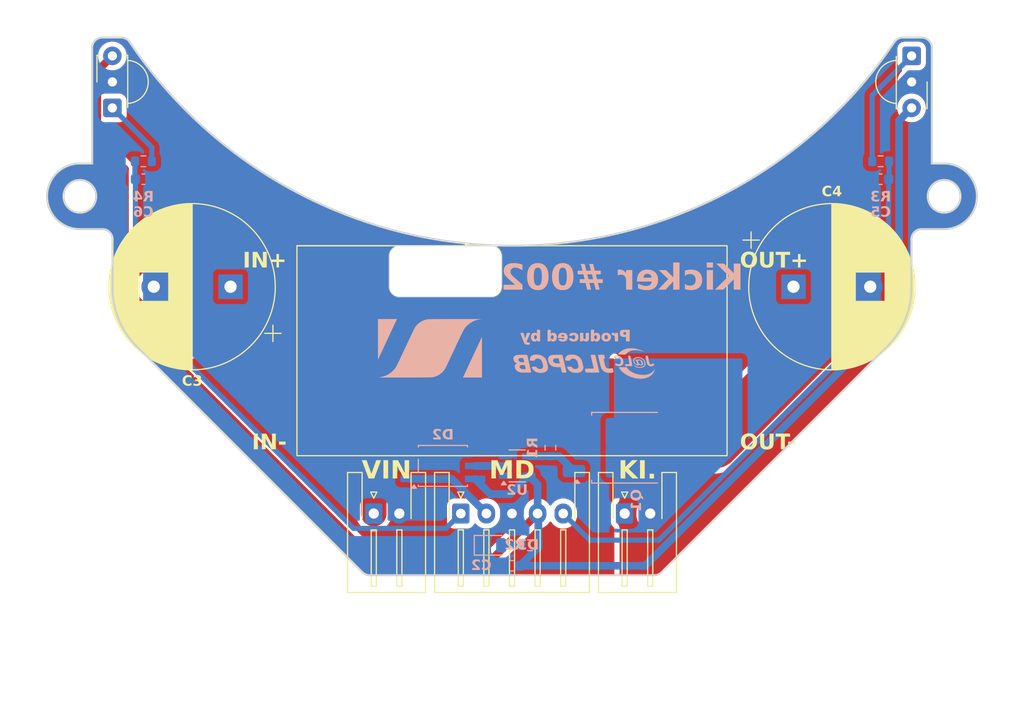
<source format=kicad_pcb>
(kicad_pcb (version 20240108) (generator "pcbnew") (generator_version "8.0")
  (layers (0 "F.Cu" signal) (31 "B.Cu" signal) (34 "B.Paste" user) (35 "F.Paste" user) (36 "B.SilkS" user "B.Silkscreen") (37 "F.SilkS" user "F.Silkscreen") (38 "B.Mask" user) (39 "F.Mask" user) (44 "Edge.Cuts" user))
  (net 0 "")
  (net 1 "VCC")
  (net 2 "GND")
  (net 3 "+3.3V")
  (net 4 "Net-(D3-A)")
  (net 5 "ball01k")
  (net 6 "KickerSignal-main")
  (net 7 "Net-(Q1-G)")
  (net 8 "Net-(U3-OUT)")
  (net 9 "KickerPower")
  (net 10 "ball02k")
  (net 11 "KickerSignal")
  (net 12 "Net-(U4-OUT)")
  (net 13 "Net-(J3-Pin_2)")
  (footprint "Capacitor_THT:CP_Radial_D16.0mm_P7.50mm" (layer "F.Cu") (at -26.962245 4.21 180)
    (property "Reference" "C3")
    (property "Value" "2200uF")
  )
  (footprint "@2024-Kicker:XL6009-SMD" (layer "F.Cu") (at 0.525 10.46)
    (property "Reference" "U1" (hide yes))
    (property "Value" "~")
    (fp_line (start -12 -6.25) (end -12 -9.25) (stroke (width 0.05)) (layer "Edge.Cuts"))
    (fp_line (start -11 -5.25) (end -2 -5.25) (stroke (width 0.05)) (layer "Edge.Cuts"))
    (fp_line (start -2 -10.25) (end -11 -10.25) (stroke (width 0.05)) (layer "Edge.Cuts"))
    (fp_line (start -1 -6.25) (end -1 -9.25) (stroke (width 0.05)) (layer "Edge.Cuts"))
    (fp_arc (start -12 -9.25) (mid -11.707107 -9.957107) (end -11 -10.25) (stroke (width 0.05)) (layer "Edge.Cuts"))
    (fp_arc (start -11 -5.25) (mid -11.707107 -5.542893) (end -12 -6.25) (stroke (width 0.05)) (layer "Edge.Cuts"))
    (fp_arc (start -2 -10.25) (mid -1.292893 -9.957107) (end -1 -9.25) (stroke (width 0.05)) (layer "Edge.Cuts"))
    (fp_arc (start -1 -6.25) (mid -1.292893 -5.542893) (end -2 -5.25) (stroke (width 0.05)) (layer "Edge.Cuts"))
  )
  (footprint "Connector_JST:JST_XH_S2B-XH-A-1_1x02_P2.50mm_Horizontal" (layer "F.Cu") (at -12.975 26.36)
    (property "Reference" "VIN")
    (property "Value" "Conn_01x02_Pin")
  )
  (footprint "OptoDevice:Vishay_MINICAST-3Pin" (layer "F.Cu") (at 39.55 -18.33 -90)
    (property "Reference" "U3" (hide yes))
    (property "Value" "TSSP58P38")
  )
  (footprint "Connector_JST:JST_XH_S5B-XH-A-1_1x05_P2.50mm_Horizontal" (layer "F.Cu") (at -4.475 26.36)
    (property "Reference" "MD")
    (property "Value" "Conn_01x05_Pin")
  )
  (footprint "Connector_JST:JST_XH_S2B-XH-A-1_1x02_P2.50mm_Horizontal" (layer "F.Cu") (at 11.525 26.36)
    (property "Reference" "KI.")
    (property "Value" "Conn_01x02_Pin")
  )
  (footprint "OptoDevice:Vishay_MINICAST-3Pin" (layer "F.Cu") (at -38.5 -13.25 90)
    (property "Reference" "U4" (hide yes))
    (property "Value" "TSSP58P38")
  )
  (footprint "Capacitor_THT:CP_Radial_D16.0mm_P7.50mm" (layer "F.Cu") (at 28.012246 4.21)
    (property "Reference" "C4")
    (property "Value" "2200uF")
  )
  (footprint "Capacitor_SMD:C_0603_1608Metric" (layer "B.Cu") (at -35.475 -6.29)
    (property "Reference" "C6")
    (property "Value" "0.33u")
  )
  (footprint "Package_SO:SO-5_4.4x3.6mm_P1.27mm" (layer "B.Cu") (at -6.225 21.71)
    (property "Reference" "D2")
    (property "Value" "~")
  )
  (footprint "Package_TO_SOT_SMD:TO-252-2" (layer "B.Cu") (at 11.615 19.9325)
    (property "Reference" "Q1")
    (property "Value" "NMOS")
  )
  (footprint "Resistor_SMD:R_0603_1608Metric" (layer "B.Cu") (at -35.475 -8.04 180)
    (property "Reference" "R4")
    (property "Value" "39K")
  )
  (footprint "LED_SMD:LED_0805_2012Metric" (layer "B.Cu") (at -1.475 29.46)
    (property "Reference" "D3")
    (property "Value" "PWR")
  )
  (footprint "Resistor_SMD:R_0603_1608Metric" (layer "B.Cu") (at 36.525 -8.04)
    (property "Reference" "R3")
    (property "Value" "39K")
  )
  (footprint "Capacitor_SMD:C_0603_1608Metric" (layer "B.Cu") (at 0.525 31.46 180)
    (property "Reference" "C2")
    (property "Value" "0.1uF")
  )
  (footprint "Resistor_SMD:R_0603_1608Metric" (layer "B.Cu") (at 2.275 29.46 180)
    (property "Reference" "R2")
    (property "Value" "330")
  )
  (footprint "Capacitor_SMD:C_0603_1608Metric" (layer "B.Cu") (at 36.525 -6.29 180)
    (property "Reference" "C5")
    (property "Value" "0.33u")
  )
  (footprint "Package_TO_SOT_SMD:SOT-23-5" (layer "B.Cu") (at 1.025 21.71)
    (property "Reference" "U2")
    (property "Value" "74LVC1G04")
  )
  (footprint "Resistor_SMD:R_0603_1608Metric" (layer "B.Cu") (at 4.275 19.935 90)
    (property "Reference" "R1")
    (property "Value" "10K")
  )
  (gr_poly (pts (xy 10.390094 8.707657) (xy 10.374564 8.708493) (xy 10.358637 8.709993) (xy 10.342599 8.712092) (xy 10.326734 8.714728) (xy 10.311329 8.717836) (xy 10.296667 8.721354) (xy 10.283035 8.725218) (xy 10.270717 8.729364) (xy 10.259999 8.733728) (xy 10.25533 8.735972) (xy 10.251167 8.738247) (xy 10.247547 8.740545) (xy 10.244505 8.742858) (xy 10.242077 8.745178) (xy 10.240298 8.747497) (xy 10.239205 8.749807) (xy 10.238833 8.7521) (xy 10.239792 8.755792) (xy 10.242537 8.763378) (xy 10.252591 8.788348) (xy 10.267408 8.82324) (xy 10.2854 8.864283) (xy 10.291042 8.876609) (xy 10.296458 8.88818) (xy 10.301645 8.898986) (xy 10.306599 8.909014) (xy 10.311318 8.918255) (xy 10.315798 8.926698) (xy 10.320036 8.934331) (xy 10.324029 8.941145) (xy 10.327774 8.947127) (xy 10.331267 8.952267) (xy 10.332919 8.954519) (xy 10.334507 8.956555) (xy 10.33603 8.958376) (xy 10.337489 8.95998) (xy 10.338883 8.961365) (xy 10.340211 8.96253) (xy 10.341473 8.963473) (xy 10.342669 8.964194) (xy 10.343799 8.964691) (xy 10.344861 8.964963) (xy 10.345856 8.965008) (xy 10.346783 8.964825) (xy 10.377683 8.957866) (xy 10.40577 8.954196) (xy 10.418794 8.953662) (xy 10.431157 8.95403) (xy 10.442873 8.955328) (xy 10.453956 8.957582) (xy 10.46442 8.960819) (xy 10.47428 8.965065) (xy 10.48355 8.970348) (xy 10.492244 8.976694) (xy 10.500376 8.98413) (xy 10.507959 8.992682) (xy 10.51501 9.002378) (xy 10.52154 9.013244) (xy 10.527566 9.025306) (xy 10.5331 9.038592) (xy 10.54275 9.068943) (xy 10.550606 9.104508) (xy 10.55678 9.145502) (xy 10.561384 9.19214) (xy 10.564533 9.244634) (xy 10.566339 9.3032) (xy 10.566916 9.36805) (xy 10.566916 9.54585) (xy 10.884416 9.54585) (xy 10.884416 8.72035) (xy 10.588083 8.72035) (xy 10.588083 8.851583) (xy 10.557391 8.8029) (xy 10.550466 8.792541) (xy 10.543559 8.78288) (xy 10.536639 8.773899) (xy 10.529676 8.765577) (xy 10.522639 8.757894) (xy 10.515496 8.750829) (xy 10.508217 8.744362) (xy 10.500771 8.738474) (xy 10.493126 8.733144) (xy 10.485251 8.728351) (xy 10.477116 8.724077) (xy 10.46869 8.7203) (xy 10.459941 8.717001) (xy 10.450839 8.714159) (xy 10.441352 8.711754) (xy 10.43145 8.709767) (xy 10.42531 8.708888) (xy 10.418822 8.70823) (xy 10.404942 8.707549)) (stroke (width -0.000001)) (fill solid) (layer "B.SilkS"))
  (gr_poly (pts (xy 10.772836 10.926158) (xy 10.750892 10.926643) (xy 10.729242 10.927601) (xy 10.708181 10.92903) (xy 10.688004 10.930926) (xy 10.669005 10.933287) (xy 10.651479 10.936111) (xy 10.63572 10.939394) (xy 10.622023 10.943135) (xy 10.615522 10.945632) (xy 10.608625 10.948472) (xy 10.593884 10.955069) (xy 10.578274 10.9627) (xy 10.562272 10.971137) (xy 10.546352 10.980153) (xy 10.53099 10.98952) (xy 10.523667 10.994264) (xy 10.516662 10.999011) (xy 10.510034 11.003732) (xy 10.503843 11.008399) (xy 10.443871 11.050732) (xy 10.510899 11.119524) (xy 10.517837 11.126692) (xy 10.524734 11.133621) (xy 10.531548 11.140283) (xy 10.538239 11.146644) (xy 10.544764 11.152675) (xy 10.551082 11.158343) (xy 10.557152 11.16362) (xy 10.562933 11.168472) (xy 10.568383 11.17287) (xy 10.573461 11.176782) (xy 10.578126 11.180177) (xy 10.582336 11.183024) (xy 10.58605 11.185293) (xy 10.589226 11.186952) (xy 10.5906 11.187543) (xy 10.591824 11.18797) (xy 10.592893 11.188229) (xy 10.593801 11.188316) (xy 10.595657 11.188133) (xy 10.597898 11.187596) (xy 10.600495 11.186723) (xy 10.60342 11.185532) (xy 10.606645 11.184042) (xy 10.610141 11.18227) (xy 10.613881 11.180234) (xy 10.617834 11.177953) (xy 10.626271 11.172727) (xy 10.635225 11.166736) (xy 10.644468 11.160125) (xy 10.653773 11.153038) (xy 10.659614 11.148713) (xy 10.665878 11.144666) (xy 10.679588 11.137411) (xy 10.694728 11.131272) (xy 10.711127 11.126249) (xy 10.728612 11.122342) (xy 10.747008 11.119552) (xy 10.766143 11.117877) (xy 10.785845 11.117319) (xy 10.805938 11.117877) (xy 10.826252 11.119552) (xy 10.846612 11.122342) (xy 10.866846 11.126249) (xy 10.886779 11.131272) (xy 10.90624 11.137411) (xy 10.925055 11.144666) (xy 10.943051 11.153038) (xy 10.967635 11.16723) (xy 10.991059 11.183889) (xy 11.013237 11.202837) (xy 11.034084 11.223897) (xy 11.053516 11.246889) (xy 11.071446 11.271635) (xy 11.08779 11.297958) (xy 11.102463 11.325679) (xy 11.115378 11.354619) (xy 11.126451 11.3846) (xy 11.135596 11.415444) (xy 11.142729 11.446974) (xy 11.147763 11.479009) (xy 11.150615 11.511373) (xy 11.151197 11.543886) (xy 11.149426 11.576371) (xy 11.147156 11.594188) (xy 11.144 11.611251) (xy 11.139981 11.627551) (xy 11.135122 11.643079) (xy 11.129447 11.657825) (xy 11.122978 11.67178) (xy 11.11574 11.684935) (xy 11.107754 11.69728) (xy 11.099046 11.708807) (xy 11.089637 11.719504) (xy 11.079551 11.729364) (xy 11.068811 11.738377) (xy 11.057441 11.746533) (xy 11.045464 11.753823) (xy 11.032902 11.760239) (xy 11.01978 11.765769) (xy 11.006121 11.770405) (xy 10.991948 11.774138) (xy 10.977283 11.776959) (xy 10.962151 11.778857) (xy 10.946574 11.779824) (xy 10.930577 11.779849) (xy 10.914181 11.778925) (xy 10.897411 11.777041) (xy 10.880289 11.774188) (xy 10.862839 11.770357) (xy 10.845084 11.765539) (xy 10.827048 11.759723) (xy 10.808753 11.752901) (xy 10.790223 11.745063) (xy 10.771482 11.736199) (xy 10.752551 11.726302) (xy 10.676704 11.685732) (xy 10.623787 11.749232) (xy 10.617461 11.757004) (xy 10.611709 11.764442) (xy 10.606525 11.771545) (xy 10.601904 11.778309) (xy 10.597842 11.784732) (xy 10.594332 11.790811) (xy 10.592783 11.793721) (xy 10.59137 11.796544) (xy 10.590093 11.79928) (xy 10.588951 11.801929) (xy 10.587943 11.804489) (xy 10.587069 11.806961) (xy 10.586328 11.809345) (xy 10.585719 11.81164) (xy 10.585242 11.813846) (xy 10.584897 11.815963) (xy 10.584681 11.817989) (xy 10.584596 11.819926) (xy 10.58464 11.821772) (xy 10.584812 11.823527) (xy 10.585112 11.825191) (xy 10.58554 11.826764) (xy 10.586094 11.828245) (xy 10.586774 11.829634) (xy 10.58758 11.830931) (xy 10.58851 11.832135) (xy 10.596466 11.840383) (xy 10.606931 11.849171) (xy 10.619643 11.858378) (xy 10.634343 11.867882) (xy 10.650769 11.877561) (xy 10.66866 11.887295) (xy 10.687755 11.896961) (xy 10.707793 11.906439) (xy 10.728513 11.915607) (xy 10.749654 11.924343) (xy 10.770955 11.932527) (xy 10.792156 11.940036) (xy 10.812995 11.946749) (xy 10.833211 11.952545) (xy 10.852544 11.957302) (xy 10.870732 11.960899) (xy 10.891843 11.964316) (xy 10.91283 11.966968) (xy 10.933671 11.968862) (xy 10.954344 11.970008) (xy 10.974829 11.970415) (xy 10.995104 11.970092) (xy 11.015148 11.969049) (xy 11.034939 11.967293) (xy 11.054456 11.964835) (xy 11.073678 11.961683) (xy 11.092583 11.957846) (xy 11.111151 11.953334) (xy 11.12936 11.948155) (xy 11.147188 11.942318) (xy 11.164614 11.935833) (xy 11.181617 11.928708) (xy 11.198176 11.920953) (xy 11.214269 11.912576) (xy 11.229875 11.903588) (xy 11.244972 11.893995) (xy 11.25954 11.883809) (xy 11.273557 11.873037) (xy 11.287002 11.861689) (xy 11.299853 11.849774) (xy 11.312089 11.837301) (xy 11.323689 11.824279) (xy 11.334631 11.810716) (xy 11.344894 11.796623) (xy 11.354457 11.782008) (xy 11.363299 11.76688) (xy 11.371397 11.751248) (xy 11.378732 11.735121) (xy 11.385162 11.716905) (xy 11.390566 11.696795) (xy 11.394952 11.675005) (xy 11.398328 11.65175) (xy 11.400701 11.627245) (xy 11.402079 11.601703) (xy 11.402471 11.57534) (xy 11.401883 11.54837) (xy 11.400324 11.521007) (xy 11.3978 11.493465) (xy 11.394321 11.46596) (xy 11.389894 11.438705) (xy 11.384526 11.411916) (xy 11.378225 11.385806) (xy 11.371 11.36059) (xy 11.362857 11.336482) (xy 11.349301 11.304217) (xy 11.333205 11.272331) (xy 11.314716 11.240957) (xy 11.293982 11.210227) (xy 11.27115 11.180271) (xy 11.246368 11.151222) (xy 11.219782 11.123212) (xy 11.191539 11.096373) (xy 11.161788 11.070836) (xy 11.130675 11.046733) (xy 11.098347 11.024195) (xy 11.064952 11.003355) (xy 11.030638 10.984345) (xy 10.995551 10.967296) (xy 10.959839 10.952339) (xy 10.923648 10.939607) (xy 10.909952 10.936217) (xy 10.894193 10.93332) (xy 10.876667 10.930914) (xy 10.857668 10.928997) (xy 10.837491 10.927565) (xy 10.81643 10.926616) (xy 10.79478 10.926148)) (stroke (width -0.000001)) (fill solid) (layer "B.SilkS"))
  (gr_poly (pts (xy 5.511424 8.706377) (xy 5.496404 8.706685) (xy 5.479773 8.707253) (xy 5.443756 8.709122) (xy 5.425413 8.710397) (xy 5.407542 8.711883) (xy 5.362134 8.717168) (xy 5.340496 8.7208) (xy 5.319566 8.725094) (xy 5.299341 8.73005) (xy 5.279821 8.73567) (xy 5.261004 8.741956) (xy 5.242888 8.748908) (xy 5.225471 8.756529) (xy 5.208751 8.764819) (xy 5.192727 8.77378) (xy 5.177397 8.783414) (xy 5.16276 8.793721) (xy 5.148812 8.804703) (xy 5.135554 8.816361) (xy 5.122982 8.828697) (xy 5.111096 8.841712) (xy 5.099893 8.855407) (xy 5.089372 8.869784) (xy 5.07953 8.884844) (xy 5.070367 8.900589) (xy 5.061881 8.917019) (xy 5.054069 8.934137) (xy 5.046931 8.951943) (xy 5.040463 8.970439) (xy 5.034666 8.989626) (xy 5.029536 9.009506) (xy 5.025072 9.03008) (xy 5.018135 9.073315) (xy 5.013841 9.119341) (xy 5.007492 9.217766) (xy 5.321816 9.217766) (xy 5.435261 9.217723) (xy 5.4805 9.217843) (xy 5.518766 9.218213) (xy 5.535444 9.218528) (xy 5.55057 9.218949) (xy 5.564209 9.21949) (xy 5.576424 9.220166) (xy 5.58728 9.220992) (xy 5.59684 9.221982) (xy 5.605168 9.223151) (xy 5.612329 9.224513) (xy 5.618386 9.226083) (xy 5.623403 9.227875) (xy 5.625541 9.228859) (xy 5.627444 9.229904) (xy 5.629118 9.231012) (xy 5.630573 9.232184) (xy 5.631815 9.233423) (xy 5.632854 9.23473) (xy 5.633696 9.236108) (xy 5.634351 9.237557) (xy 5.634825 9.23908) (xy 5.635128 9.240678) (xy 5.635266 9.242354) (xy 5.635249 9.244109) (xy 5.634777 9.247864) (xy 5.633777 9.251957) (xy 5.632313 9.256404) (xy 5.630449 9.261218) (xy 5.620266 9.284442) (xy 5.616147 9.293454) (xy 5.611542 9.302034) (xy 5.606478 9.310176) (xy 5.600977 9.317876) (xy 5.595063 9.325129) (xy 5.588761 9.331929) (xy 5.582095 9.338273) (xy 5.575089 9.344155) (xy 5.567766 9.34957) (xy 5.560151 9.354513) (xy 5.552268 9.358981) (xy 5.544141 9.362967) (xy 5.535793 9.366467) (xy 5.52725 9.369476) (xy 5.518534 9.37199) (xy 5.509671 9.374003) (xy 5.500683 9.375511) (xy 5.491595 9.376508) (xy 5.482432 9.37699) (xy 5.473216 9.376953) (xy 5.463973 9.37639) (xy 5.454725 9.375298) (xy 5.445498 9.373672) (xy 5.436315 9.371506) (xy 5.4272 9.368796) (xy 5.418178 9.365537) (xy 5.409272 9.361724) (xy 5.400506 9.357353) (xy 5.391904 9.352418) (xy 5.383491 9.346914) (xy 5.37529 9.340838) (xy 5.367325 9.334183) (xy 5.3324 9.30455) (xy 5.188467 9.31725) (xy 5.159303 9.319763) (xy 5.131763 9.322475) (xy 5.106481 9.325287) (xy 5.084089 9.328098) (xy 5.065218 9.33081) (xy 5.050503 9.333323) (xy 5.044901 9.334475) (xy 5.040575 9.335539) (xy 5.037604 9.336505) (xy 5.036651 9.336946) (xy 5.036066 9.337358) (xy 5.035313 9.338573) (xy 5.035025 9.340218) (xy 5.035183 9.34227) (xy 5.035769 9.344707) (xy 5.03815 9.350643) (xy 5.04202 9.357847) (xy 5.047229 9.366136) (xy 5.053628 9.375328) (xy 5.06107 9.385243) (xy 5.069404 9.395699) (xy 5.078482 9.406514) (xy 5.088156 9.417508) (xy 5.098277 9.428499) (xy 5.108695 9.439305) (xy 5.119261 9.449746) (xy 5.129828 9.459639) (xy 5.140246 9.468804) (xy 5.150366 9.477058) (xy 5.168109 9.489519) (xy 5.187532 9.501092) (xy 5.20853 9.511756) (xy 5.230998 9.521492) (xy 5.25483 9.530278) (xy 5.279921 9.538096) (xy 5.306166 9.544925) (xy 5.333458 9.550745) (xy 5.361693 9.555535) (xy 5.390765 9.559275) (xy 5.420569 9.561946) (xy 5.450999 9.563527) (xy 5.48195 9.563998) (xy 5.513317 9.563339) (xy 5.544994 9.56153) (xy 5.576875 9.55855) (xy 5.605379 9.554845) (xy 5.63222 9.550443) (xy 5.657496 9.54529) (xy 5.681303 9.539334) (xy 5.703739 9.532523) (xy 5.714474 9.52878) (xy 5.724903 9.524803) (xy 5.735038 9.520586) (xy 5.744892 9.516122) (xy 5.754476 9.511404) (xy 5.763803 9.506427) (xy 5.772885 9.501183) (xy 5.781734 9.495665) (xy 5.790363 9.489868) (xy 5.798784 9.483784) (xy 5.807008 9.477408) (xy 5.815049 9.470731) (xy 5.822917 9.463749) (xy 5.830627 9.456454) (xy 5.838189 9.448839) (xy 5.845616 9.440899) (xy 5.860113 9.424013) (xy 5.874217 9.405745) (xy 5.888025 9.386041) (xy 5.898059 9.370219) (xy 5.907327 9.353932) (xy 5.915831 9.337216) (xy 5.923576 9.320109) (xy 5.930563 9.302647) (xy 5.936796 9.284869) (xy 5.942277 9.26681) (xy 5.94701 9.248508) (xy 5.954242 9.211322) (xy 5.958513 9.173608) (xy 5.959849 9.135661) (xy 5.958272 9.097778) (xy 5.953805 9.060254) (xy 5.953558 9.059017) (xy 5.638258 9.059017) (xy 5.328166 9.059017) (xy 5.334516 9.029383) (xy 5.337182 9.018879) (xy 5.340019 9.008804) (xy 5.343023 8.999162) (xy 5.346191 8.98996) (xy 5.349521 8.981205) (xy 5.353008 8.972903) (xy 5.356651 8.965059) (xy 5.360446 8.957681) (xy 5.364389 8.950774) (xy 5.368478 8.944344) (xy 5.37271 8.938399) (xy 5.377081 8.932943) (xy 5.381589 8.927983) (xy 5.383893 8.925691) (xy 5.38623 8.923525) (xy 5.3886 8.921487) (xy 5.391001 8.919576) (xy 5.393435 8.917794) (xy 5.3959 8.916142) (xy 5.40325 8.91179) (xy 5.411343 8.907871) (xy 5.420077 8.904396) (xy 5.429353 8.901374) (xy 5.439069 8.898818) (xy 5.449124 8.896738) (xy 5.459419 8.895145) (xy 5.469851 8.894049) (xy 5.48032 8.893461) (xy 5.490726 8.893393) (xy 5.500967 8.893856) (xy 5.510944 8.894859) (xy 5.520554 8.896414) (xy 5.529698 8.898532) (xy 5.538275 8.901224) (xy 5.546183 8.9045) (xy 5.553855 8.908249) (xy 5.56137 8.912716) (xy 5.568696 8.91785) (xy 5.5758 8.923599) (xy 5.58265 8.929913) (xy 5.589213 8.93674) (xy 5.595457 8.944028) (xy 5.601349 8.951728) (xy 5.606856 8.959787) (xy 5.611947 8.968155) (xy 5.616588 8.97678) (xy 5.620746 8.985611) (xy 5.62439 8.994597) (xy 5.627487 9.003688) (xy 5.630004 9.01283) (xy 5.631909 9.021975) (xy 5.638258 9.059017) (xy 5.953558 9.059017) (xy 5.946471 9.023387) (xy 5.936294 8.987471) (xy 5.930147 8.969962) (xy 5.923297 8.952803) (xy 5.915749 8.936029) (xy 5.907504 8.919679) (xy 5.898565 8.903789) (xy 5.888936 8.888395) (xy 5.87862 8.873536) (xy 5.867619 8.859248) (xy 5.855936 8.845568) (xy 5.843575 8.832533) (xy 5.828965 8.818829) (xy 5.813714 8.805895) (xy 5.797824 8.793733) (xy 5.781299 8.782345) (xy 5.764141 8.771732) (xy 5.746353 8.761896) (xy 5.727939 8.752838) (xy 5.708902 8.744559) (xy 5.689245 8.737062) (xy 5.668971 8.730348) (xy 5.648083 8.724419) (xy 5.626584 8.719275) (xy 5.604477 8.714919) (xy 5.581766 8.711352) (xy 5.558453 8.708576) (xy 5.534542 8.706592) (xy 5.52431 8.706341)) (stroke (width -0.000001)) (fill solid) (layer "B.SilkS"))
  (gr_poly (pts (xy -5.849956 7.365794) (xy -6.856596 7.370052) (xy -7.196999 7.37358) (xy -7.445526 7.37818) (xy -7.614727 7.383958) (xy -7.717154 7.39102) (xy -7.761245 7.396655) (xy -7.806858 7.40457) (xy -7.853776 7.414677) (xy -7.901783 7.426888) (xy -7.950665 7.441114) (xy -8.000206 7.457267) (xy -8.050191 7.475259) (xy -8.100403 7.495002) (xy -8.150627 7.516406) (xy -8.200649 7.539383) (xy -8.250252 7.563846) (xy -8.299221 7.589706) (xy -8.34734 7.616874) (xy -8.394394 7.645262) (xy -8.440168 7.674782) (xy -8.484445 7.705346) (xy -8.516641 7.728879) (xy -8.548488 7.753191) (xy -8.579908 7.778205) (xy -8.610825 7.803845) (xy -8.641162 7.830034) (xy -8.670843 7.856694) (xy -8.699791 7.88375) (xy -8.727928 7.911125) (xy -8.755179 7.938742) (xy -8.781466 7.966523) (xy -8.806713 7.994393) (xy -8.830843 8.022275) (xy -8.853779 8.050092) (xy -8.875445 8.077766) (xy -8.895763 8.105222) (xy -8.914658 8.132383) (xy -8.953134 8.193049) (xy -8.999027 8.274415) (xy -9.143522 8.562199) (xy -9.409065 9.121644) (xy -9.856574 10.078658) (xy -10.105151 10.610695) (xy -10.306895 11.039997) (xy -10.467961 11.379072) (xy -10.594498 11.640427) (xy -10.692658 11.836571) (xy -10.733019 11.914098) (xy -10.768593 11.980012) (xy -10.800149 12.035877) (xy -10.828455 12.083256) (xy -10.854281 12.123713) (xy -10.878395 12.158812) (xy -10.898991 12.186873) (xy -10.921021 12.215424) (xy -10.944383 12.244357) (xy -10.968974 12.273567) (xy -10.99469 12.302947) (xy -11.021428 12.332392) (xy -11.049086 12.361795) (xy -11.07756 12.39105) (xy -11.106748 12.420051) (xy -11.136545 12.448691) (xy -11.166849 12.476865) (xy -11.197557 12.504465) (xy -11.228566 12.531387) (xy -11.259773 12.557524) (xy -11.291074 12.582769) (xy -11.322367 12.607016) (xy -11.364378 12.638192) (xy -11.407034 12.668399) (xy -11.450288 12.697612) (xy -11.494089 12.725806) (xy -11.53839 12.752955) (xy -11.583141 12.779034) (xy -11.628294 12.804016) (xy -11.673799 12.827877) (xy -11.719608 12.850591) (xy -11.765672 12.872132) (xy -11.811943 12.892475) (xy -11.85837 12.911593) (xy -11.904907 12.929462) (xy -11.951503 12.946056) (xy -11.99811 12.96135) (xy -12.044678 12.975317) (xy -12.08533 12.986711) (xy -12.12383 12.996921) (xy -12.161797 13.0063) (xy -12.200849 13.015202) (xy -12.242604 13.02398) (xy -12.288682 13.032987) (xy -12.400278 13.053104) (xy -12.548445 13.078504) (xy -10.204237 13.076387) (xy -8.639946 13.074361) (xy -8.131405 13.072527) (xy -7.767358 13.069706) (xy -7.630635 13.067824) (xy -7.519372 13.065571) (xy -7.430017 13.062908) (xy -7.359015 13.059793) (xy -7.302812 13.056185) (xy -7.257855 13.052042) (xy -7.220588 13.047325) (xy -7.187458 13.041991) (xy -7.159151 13.036604) (xy -7.129873 13.030195) (xy -7.099744 13.022809) (xy -7.068883 13.014491) (xy -7.00545 12.995241) (xy -6.940535 12.972803) (xy -6.8751 12.947537) (xy -6.810104 12.919803) (xy -6.74651 12.889961) (xy -6.685278 12.858371) (xy -6.63853 12.832134) (xy -6.59223 12.804296) (xy -6.546503 12.774971) (xy -6.501476 12.744269) (xy -6.457273 12.712302) (xy -6.414021 12.679182) (xy -6.371844 12.645019) (xy -6.330869 12.609927) (xy -6.291221 12.574016) (xy -6.253026 12.537398) (xy -6.216409 12.500185) (xy -6.181495 12.462488) (xy -6.148411 12.424419) (xy -6.117282 12.386089) (xy -6.088234 12.347611) (xy -6.061391 12.309096) (xy -6.022853 12.248112) (xy -5.978808 12.170776) (xy -5.923502 12.06525) (xy -5.85118 11.919695) (xy -5.632468 11.461147) (xy -5.276637 10.700429) (xy -4.766983 9.611205) (xy -4.444258 8.930366) (xy -4.376706 8.792593) (xy -4.302706 8.645741) (xy -4.235452 8.515657) (xy -4.208479 8.46498) (xy -4.188141 8.428187) (xy -4.160359 8.381162) (xy -4.133265 8.337832) (xy -4.106109 8.297181) (xy -4.092273 8.277543) (xy -4.078141 8.258192) (xy -4.063617 8.239003) (xy -4.04861 8.219848) (xy -4.016765 8.181132) (xy -3.981858 8.141027) (xy -3.943137 8.098516) (xy -3.890439 8.043604) (xy -3.835803 7.990433) (xy -3.779338 7.939071) (xy -3.721151 7.889586) (xy -3.661353 7.842046) (xy -3.600051 7.796516) (xy -3.537353 7.753066) (xy -3.473369 7.711762) (xy -3.408207 7.672671) (xy -3.341975 7.635862) (xy -3.274781 7.601402) (xy -3.206735 7.569358) (xy -3.137945 7.539797) (xy -3.068519 7.512788) (xy -2.998567 7.488397) (xy -2.928195 7.466691) (xy -2.891843 7.456494) (xy -2.854864 7.446823) (xy -2.816435 7.437512) (xy -2.775729 7.428393) (xy -2.731923 7.419299) (xy -2.684191 7.410062) (xy -2.573654 7.390491) (xy -2.425487 7.365091) (xy -4.325195 7.364562)) (stroke (width -0.000001)) (fill solid) (layer "B.SilkS"))
  (gr_poly (pts (xy 9.124389 10.854841) (xy 9.032181 10.859378) (xy 8.994525 10.862418) (xy 8.964571 10.865941) (xy 8.943872 10.869924) (xy 8.937479 10.872081) (xy 8.933982 10.874344) (xy 8.931232 10.880372) (xy 8.929675 10.889578) (xy 8.930619 10.919819) (xy 8.937764 10.969655) (xy 8.952062 11.043677) (xy 9.005915 11.282629) (xy 9.099787 11.673385) (xy 9.118167 11.748025) (xy 9.135703 11.816746) (xy 9.15254 11.879911) (xy 9.168827 11.937886) (xy 9.184711 11.991034) (xy 9.200339 12.039719) (xy 9.215859 12.084307) (xy 9.231418 12.125161) (xy 9.247162 12.162646) (xy 9.26324 12.197126) (xy 9.279798 12.228965) (xy 9.296985 12.258528) (xy 9.314946 12.286179) (xy 9.33383 12.312282) (xy 9.353783 12.337201) (xy 9.374954 12.361302) (xy 9.413749 12.401051) (xy 9.454711 12.437611) (xy 9.497819 12.470977) (xy 9.543047 12.501145) (xy 9.590374 12.528109) (xy 9.639775 12.551864) (xy 9.691228 12.572404) (xy 9.744709 12.589726) (xy 9.800195 12.603822) (xy 9.857663 12.614689) (xy 9.91709 12.62232) (xy 9.978452 12.626712) (xy 10.041726 12.627858) (xy 10.106888 12.625754) (xy 10.173917 12.620395) (xy 10.242787 12.611774) (xy 10.277962 12.60568) (xy 10.311524 12.599399) (xy 10.342688 12.593078) (xy 10.370669 12.586859) (xy 10.394682 12.580889) (xy 10.404954 12.578042) (xy 10.41394 12.575311) (xy 10.42154 12.572715) (xy 10.427658 12.570271) (xy 10.432194 12.567998) (xy 10.433839 12.566931) (xy 10.435051 12.565913) (xy 10.436931 12.562888) (xy 10.438287 12.558184) (xy 10.43952 12.544178) (xy 10.438939 12.524772) (xy 10.436733 12.500842) (xy 10.43309 12.473264) (xy 10.428199 12.442913) (xy 10.415428 12.377397) (xy 10.399929 12.311303) (xy 10.391627 12.280229) (xy 10.383209 12.251638) (xy 10.374864 12.226405) (xy 10.36678 12.205408) (xy 10.359145 12.189521) (xy 10.355555 12.183768) (xy 10.352148 12.179621) (xy 10.34902 12.176811) (xy 10.345558 12.174333) (xy 10.341719 12.172192) (xy 10.337459 12.170388) (xy 10.332733 12.168926) (xy 10.327499 12.167808) (xy 10.321712 12.167036) (xy 10.315327 12.166613) (xy 10.308302 12.166541) (xy 10.300593 12.166823) (xy 10.292154 12.167461) (xy 10.282943 12.168459) (xy 10.272916 12.169819) (xy 10.262028 12.171543) (xy 10.237496 12.176094) (xy 10.215488 12.179384) (xy 10.18976 12.18257) (xy 10.161221 12.18555) (xy 10.13078 12.18822) (xy 10.099347 12.190477) (xy 10.067832 12.192217) (xy 10.037143 12.193336) (xy 10.00819 12.193732) (xy 9.974582 12.193206) (xy 9.943133 12.19159) (xy 9.913731 12.188826) (xy 9.899762 12.186996) (xy 9.886261 12.184858) (xy 9.873216 12.182405) (xy 9.860611 12.179629) (xy 9.848432 12.176524) (xy 9.836666 12.173083) (xy 9.825297 12.169297) (xy 9.814312 12.165161) (xy 9.803697 12.160668) (xy 9.793437 12.155809) (xy 9.783518 12.150578) (xy 9.773926 12.144968) (xy 9.764646 12.138972) (xy 9.755665 12.132582) (xy 9.746968 12.125792) (xy 9.738541 12.118594) (xy 9.73037 12.110982) (xy 9.72244 12.102947) (xy 9.714738 12.094484) (xy 9.707249 12.085585) (xy 9.699959 12.076243) (xy 9.692854 12.06645) (xy 9.685919 12.0562) (xy 9.67914 12.045486) (xy 9.672504 12.0343) (xy 9.665995 12.022635) (xy 9.65473 11.998019) (xy 9.64169 11.963535) (xy 9.611784 11.870968) (xy 9.579272 11.756946) (xy 9.547154 11.633477) (xy 9.518425 11.512572) (xy 9.496084 11.406239) (xy 9.488245 11.36229) (xy 9.483127 11.326488) (xy 9.481104 11.300334) (xy 9.482551 11.28533) (xy 9.484057 11.282625) (xy 9.485913 11.279817) (xy 9.488101 11.276927) (xy 9.490599 11.273975) (xy 9.493386 11.270981) (xy 9.496442 11.267966) (xy 9.499746 11.264952) (xy 9.503277 11.261958) (xy 9.507015 11.259006) (xy 9.510939 11.256115) (xy 9.515028 11.253307) (xy 9.519262 11.250603) (xy 9.52362 11.248023) (xy 9.528082 11.245587) (xy 9.532626 11.243317) (xy 9.537232 11.241232) (xy 9.541547 11.239519) (xy 9.545872 11.237694) (xy 9.550177 11.235772) (xy 9.55443 11.233763) (xy 9.5586 11.231683) (xy 9.562657 11.229543) (xy 9.566568 11.227357) (xy 9.570305 11.225137) (xy 9.573834 11.222896) (xy 9.577126 11.220648) (xy 9.580149 11.218405) (xy 9.582873 11.21618) (xy 9.585265 11.213986) (xy 9.587296 11.211835) (xy 9.588166 11.210781) (xy 9.588934 11.209742) (xy 9.589596 11.208721) (xy 9.590149 11.207718) (xy 9.590937 11.20544) (xy 9.591333 11.201648) (xy 9.591024 11.189911) (xy 9.589381 11.17329) (xy 9.586566 11.152569) (xy 9.578056 11.101958) (xy 9.566777 11.044338) (xy 9.55401 10.985975) (xy 9.541035 10.933131) (xy 9.529136 10.892068) (xy 9.52399 10.877913) (xy 9.519593 10.869052) (xy 9.516576 10.866669) (xy 9.510633 10.86448) (xy 9.49074 10.86067) (xy 9.461469 10.857599) (xy 9.424371 10.855244) (xy 9.332907 10.852588) (xy 9.228772 10.852515)) (stroke (width -0.000001)) (fill solid) (layer "B.SilkS"))
  (gr_poly (pts (xy 1.433034 10.854758) (xy 1.287055 10.857835) (xy 1.169477 10.862606) (xy 1.097023 10.869052) (xy 1.04349 10.878779) (xy 0.993946 10.889492) (xy 0.948288 10.901263) (xy 0.926884 10.907569) (xy 0.906413 10.914169) (xy 0.886862 10.92107) (xy 0.868217 10.928284) (xy 0.850467 10.935818) (xy 0.833598 10.943683) (xy 0.817596 10.951887) (xy 0.80245 10.960441) (xy 0.788147 10.969353) (xy 0.774673 10.978633) (xy 0.762015 10.988291) (xy 0.750161 10.998335) (xy 0.739097 11.008774) (xy 0.728812 11.01962) (xy 0.719291 11.03088) (xy 0.710522 11.042564) (xy 0.702492 11.054681) (xy 0.695188 11.067241) (xy 0.688597 11.080254) (xy 0.682706 11.093728) (xy 0.677503 11.107672) (xy 0.672974 11.122097) (xy 0.669107 11.137012) (xy 0.665888 11.152426) (xy 0.663304 11.168348) (xy 0.661344 11.184788) (xy 0.66009 11.20287) (xy 0.659627 11.221045) (xy 0.659936 11.239282) (xy 0.661003 11.257552) (xy 0.662809 11.275823) (xy 0.665339 11.294064) (xy 0.668577 11.312246) (xy 0.672506 11.330336) (xy 0.677108 11.348306) (xy 0.682369 11.366123) (xy 0.688271 11.383757) (xy 0.694799 11.401178) (xy 0.701934 11.418354) (xy 0.709662 11.435256) (xy 0.717965 11.451853) (xy 0.726827 11.468113) (xy 0.736232 11.484006) (xy 0.746163 11.499501) (xy 0.756604 11.514569) (xy 0.767538 11.529177) (xy 0.778949 11.543296) (xy 0.790819 11.556894) (xy 0.803134 11.569941) (xy 0.815876 11.582407) (xy 0.829029 11.59426) (xy 0.842576 11.605471) (xy 0.856501 11.616007) (xy 0.870788 11.625839) (xy 0.885419 11.634936) (xy 0.900379 11.643268) (xy 0.915651 11.650803) (xy 0.931218 11.65751) (xy 0.945436 11.663707) (xy 0.958307 11.669709) (xy 0.964231 11.672629) (xy 0.969809 11.67549) (xy 0.975039 11.678288) (xy 0.979918 11.68102) (xy 0.984443 11.683682) (xy 0.988611 11.68627) (xy 0.99242 11.688782) (xy 0.995865 11.691214) (xy 0.998945 11.693561) (xy 1.001657 11.695821) (xy 1.003997 11.69799) (xy 1.005963 11.700064) (xy 1.007551 11.70204) (xy 1.00876 11.703914) (xy 1.009585 11.705683) (xy 1.010025 11.707344) (xy 1.010075 11.708891) (xy 1.009954 11.709622) (xy 1.009734 11.710323) (xy 1.009415 11.710994) (xy 1.008998 11.711635) (xy 1.007864 11.712825) (xy 1.00633 11.713887) (xy 1.004393 11.71482) (xy 1.002049 11.715619) (xy 0.999296 11.71628) (xy 0.996131 11.716801) (xy 0.992551 11.717177) (xy 0.988553 11.717405) (xy 0.984134 11.717482) (xy 0.981105 11.717869) (xy 0.977344 11.719005) (xy 0.972907 11.720854) (xy 0.967846 11.72338) (xy 0.962218 11.726547) (xy 0.956075 11.730319) (xy 0.949472 11.734659) (xy 0.942463 11.739531) (xy 0.935103 11.744899) (xy 0.927446 11.750728) (xy 0.911457 11.763619) (xy 0.903234 11.77061) (xy 0.894931 11.777916) (xy 0.886601 11.785501) (xy 0.878301 11.79333) (xy 0.852607 11.818217) (xy 0.842156 11.828862) (xy 0.833156 11.83864) (xy 0.825501 11.847797) (xy 0.81908 11.856582) (xy 0.816299 11.860912) (xy 0.813786 11.865243) (xy 0.811527 11.869604) (xy 0.809509 11.874028) (xy 0.807719 11.878544) (xy 0.806143 11.883185) (xy 0.804767 11.88798) (xy 0.803577 11.892962) (xy 0.801704 11.903607) (xy 0.800414 11.915369) (xy 0.799601 11.928494) (xy 0.799154 11.943233) (xy 0.798926 11.978538) (xy 0.799261 11.999104) (xy 0.800263 12.019455) (xy 0.801927 12.039585) (xy 0.804249 12.059484) (xy 0.807223 12.079145) (xy 0.810844 12.098562) (xy 0.815108 12.117725) (xy 0.82001 12.136627) (xy 0.825545 12.15526) (xy 0.831708 12.173617) (xy 0.838495 12.191689) (xy 0.8459 12.20947) (xy 0.853919 12.22695) (xy 0.862546 12.244124) (xy 0.871778 12.260982) (xy 0.881609 12.277517) (xy 0.892033 12.293722) (xy 0.903048 12.309588) (xy 0.914647 12.325107) (xy 0.926825 12.340273) (xy 0.939579 12.355077) (xy 0.952903 12.369512) (xy 0.966792 12.383569) (xy 0.981241 12.397241) (xy 0.996246 12.410521) (xy 1.011801 12.4234) (xy 1.027902 12.435871) (xy 1.044544 12.447925) (xy 1.061723 12.459556) (xy 1.079433 12.470756) (xy 1.097669 12.481516) (xy 1.116426 12.49183) (xy 1.178848 12.522787) (xy 1.209773 12.535819) (xy 1.241414 12.547337) (xy 1.274451 12.557429) (xy 1.309562 12.566182) (xy 1.347427 12.573684) (xy 1.388726 12.580024) (xy 1.434139 12.585289) (xy 1.484345 12.589567) (xy 1.601854 12.595513) (xy 1.746689 12.598566) (xy 1.924287 12.599427) (xy 2.062745 12.599227) (xy 2.120438 12.598939) (xy 2.171066 12.59849) (xy 2.215101 12.597855) (xy 2.253011 12.597008) (xy 2.285269 12.595924) (xy 2.299424 12.595285) (xy 2.312343 12.594576) (xy 2.324083 12.593795) (xy 2.334704 12.592939) (xy 2.344264 12.592004) (xy 2.352823 12.590986) (xy 2.360438 12.589884) (xy 2.367169 12.588693) (xy 2.373074 12.58741) (xy 2.378213 12.586032) (xy 2.382644 12.584556) (xy 2.386425 12.582979) (xy 2.389617 12.581297) (xy 2.392276 12.579507) (xy 2.394463 12.577606) (xy 2.396235 12.575591) (xy 2.397653 12.573458) (xy 2.398774 12.571205) (xy 2.385341 12.49256) (xy 2.344231 12.300227) (xy 2.321727 12.200989) (xy 1.855111 12.200989) (xy 1.854953 12.205006) (xy 1.854579 12.208684) (xy 1.853993 12.212057) (xy 1.853195 12.21516) (xy 1.852717 12.216621) (xy 1.852186 12.218028) (xy 1.850968 12.220694) (xy 1.849542 12.223195) (xy 1.847909 12.225563) (xy 1.846071 12.227835) (xy 1.844029 12.230044) (xy 1.841784 12.232224) (xy 1.839337 12.234412) (xy 1.83669 12.23664) (xy 1.830801 12.241357) (xy 1.825327 12.245121) (xy 1.819422 12.248482) (xy 1.812984 12.25145) (xy 1.805913 12.254035) (xy 1.798109 12.256249) (xy 1.78947 12.258101) (xy 1.779896 12.259601) (xy 1.769285 12.26076) (xy 1.757538 12.261589) (xy 1.744553 12.262097) (xy 1.714467 12.262193) (xy 1.678221 12.261132) (xy 1.635009 12.258996) (xy 1.590272 12.255665) (xy 1.569073 12.253483) (xy 1.548647 12.250952) (xy 1.528991 12.248071) (xy 1.510102 12.244838) (xy 1.491974 12.241251) (xy 1.474605 12.237306) (xy 1.457991 12.233002) (xy 1.442127 12.228337) (xy 1.42701 12.223308) (xy 1.412635 12.217914) (xy 1.399 12.212151) (xy 1.386099 12.206017) (xy 1.37393 12.199511) (xy 1.362488 12.19263) (xy 1.35177 12.185372) (xy 1.341771 12.177734) (xy 1.332488 12.169714) (xy 1.323917 12.161311) (xy 1.316054 12.152521) (xy 1.308895 12.143342) (xy 1.302436 12.133773) (xy 1.296673 12.123811) (xy 1.291603 12.113453) (xy 1.287222 12.102698) (xy 1.283525 12.091543) (xy 1.280509 12.079986) (xy 1.27817 12.068024) (xy 1.276504 12.055656) (xy 1.275507 12.042879) (xy 1.275176 12.029691) (xy 1.27534 12.022297) (xy 1.275831 12.015001) (xy 1.276642 12.00781) (xy 1.27777 12.000728) (xy 1.279209 11.993761) (xy 1.280955 11.986914) (xy 1.283002 11.980194) (xy 1.285346 11.973605) (xy 1.287982 11.967152) (xy 1.290905 11.960843) (xy 1.29411 11.954681) (xy 1.297593 11.948672) (xy 1.301349 11.942823) (xy 1.305372 11.937138) (xy 1.309658 11.931623) (xy 1.314202 11.926283) (xy 1.319 11.921124) (xy 1.324045 11.916151) (xy 1.329335 11.91137) (xy 1.334863 11.906787) (xy 1.340624 11.902406) (xy 1.346615 11.898234) (xy 1.35283 11.894276) (xy 1.359264 11.890536) (xy 1.365913 11.887022) (xy 1.372771 11.883738) (xy 1.379834 11.88069) (xy 1.387097 11.877883) (xy 1.394555 11.875322) (xy 1.402204 11.873014) (xy 1.410037 11.870964) (xy 1.418051 11.869177) (xy 1.43205 11.867006) (xy 1.449836 11.865125) (xy 1.494395 11.862232) (xy 1.546973 11.860495) (xy 1.602818 11.859917) (xy 1.657175 11.860495) (xy 1.705289 11.862232) (xy 1.742407 11.865125) (xy 1.755356 11.867006) (xy 1.763774 11.869177) (xy 1.765959 11.871023) (xy 1.768521 11.874517) (xy 1.771424 11.879572) (xy 1.774632 11.886099) (xy 1.781819 11.903221) (xy 1.78979 11.92518) (xy 1.798258 11.951274) (xy 1.806933 11.980798) (xy 1.815525 12.013051) (xy 1.823745 12.04733) (xy 1.830878 12.076542) (xy 1.837071 12.102186) (xy 1.842333 12.124538) (xy 1.846676 12.143875) (xy 1.848505 12.152499) (xy 1.850109 12.160473) (xy 1.851488 12.167831) (xy 1.852643 12.174609) (xy 1.853576 12.18084) (xy 1.854288 12.186558) (xy 1.85478 12.1918) (xy 1.855054 12.196599) (xy 1.855111 12.200989) (xy 2.321727 12.200989) (xy 2.213786 11.724979) (xy 2.172546 11.550475) (xy 1.706019 11.550475) (xy 1.70595 11.554419) (xy 1.705721 11.558042) (xy 1.705335 11.561358) (xy 1.704793 11.564382) (xy 1.704096 11.56713) (xy 1.703245 11.569617) (xy 1.702241 11.571857) (xy 1.701086 11.573867) (xy 1.699782 11.57566) (xy 1.698329 11.577254) (xy 1.696728 11.578661) (xy 1.694982 11.579899) (xy 1.690554 11.582396) (xy 1.684926 11.584599) (xy 1.670349 11.58815) (xy 1.651814 11.5906) (xy 1.629883 11.591998) (xy 1.60512 11.592394) (xy 1.578089 11.591836) (xy 1.549353 11.590374) (xy 1.519475 11.588057) (xy 1.489017 11.584934) (xy 1.458545 11.581053) (xy 1.42862 11.576465) (xy 1.399806 11.571217) (xy 1.372666 11.56536) (xy 1.347764 11.558943) (xy 1.325663 11.552013) (xy 1.306926 11.544621) (xy 1.292836 11.538013) (xy 1.279346 11.530782) (xy 1.266468 11.522968) (xy 1.254213 11.514608) (xy 1.242592 11.505741) (xy 1.231617 11.496407) (xy 1.221298 11.486644) (xy 1.211648 11.476491) (xy 1.202678 11.465987) (xy 1.194398 11.455169) (xy 1.186821 11.444078) (xy 1.179957 11.432752) (xy 1.173818 11.42123) (xy 1.168415 11.409549) (xy 1.163759 11.39775) (xy 1.159862 11.385871) (xy 1.156735 11.373951) (xy 1.154389 11.362028) (xy 1.152836 11.350141) (xy 1.152086 11.338329) (xy 1.152152 11.326631) (xy 1.153044 11.315085) (xy 1.154775 11.30373) (xy 1.157354 11.292606) (xy 1.160794 11.28175) (xy 1.165105 11.271201) (xy 1.170299 11.260999) (xy 1.176388 11.251182) (xy 1.183383 11.241788) (xy 1.191294 11.232857) (xy 1.200133 11.224428) (xy 1.209912 11.216538) (xy 1.217544 11.21116) (xy 1.225326 11.206254) (xy 1.233407 11.201799) (xy 1.241938 11.197769) (xy 1.251068 11.194143) (xy 1.260948 11.190896) (xy 1.271727 11.188006) (xy 1.283554 11.185449) (xy 1.296581 11.183203) (xy 1.310957 11.181243) (xy 1.326831 11.179547) (xy 1.344354 11.178091) (xy 1.384944 11.175807) (xy 1.433927 11.174205) (xy 1.468863 11.173209) (xy 1.501753 11.172854) (xy 1.531873 11.173119) (xy 1.545669 11.173478) (xy 1.558501 11.173984) (xy 1.570278 11.174635) (xy 1.580911 11.175428) (xy 1.590309 11.17636) (xy 1.598381 11.177429) (xy 1.605038 11.178633) (xy 1.610188 11.179968) (xy 1.61217 11.180685) (xy 1.613741 11.181433) (xy 1.614891 11.182213) (xy 1.615607 11.183024) (xy 1.618467 11.189921) (xy 1.622938 11.203474) (xy 1.635892 11.247406) (xy 1.652814 11.308536) (xy 1.672051 11.38058) (xy 1.678626 11.4071) (xy 1.684467 11.431178) (xy 1.689585 11.452936) (xy 1.693989 11.472495) (xy 1.697691 11.489977) (xy 1.7007 11.505502) (xy 1.703027 11.519193) (xy 1.703938 11.525389) (xy 1.704683 11.531172) (xy 1.705262 11.536556) (xy 1.705677 11.541558) (xy 1.705929 11.546193) (xy 1.706019 11.550475) (xy 2.172546 11.550475) (xy 2.077057 11.146423) (xy 2.028092 10.949956) (xy 2.003662 10.865524) (xy 1.993035 10.862444) (xy 1.966514 10.859816) (xy 1.874154 10.855905) (xy 1.743306 10.853773) (xy 1.590692 10.853397)) (stroke (width -0.000001)) (fill solid) (layer "B.SilkS"))
  (gr_poly (pts (xy 6.483287 8.708262) (xy 6.450427 8.71067) (xy 6.418901 8.714395) (xy 6.388723 8.719431) (xy 6.359909 8.725774) (xy 6.332471 8.733419) (xy 6.306424 8.742362) (xy 6.281781 8.752598) (xy 6.258557 8.764122) (xy 6.236766 8.77693) (xy 6.21642 8.791016) (xy 6.197535 8.806377) (xy 6.188645 8.814534) (xy 6.180125 8.823008) (xy 6.171918 8.83186) (xy 6.163634 8.84163) (xy 6.155368 8.852148) (xy 6.147217 8.863241) (xy 6.139277 8.874738) (xy 6.131644 8.886465) (xy 6.124414 8.898251) (xy 6.117683 8.909924) (xy 6.111547 8.921311) (xy 6.106103 8.932242) (xy 6.101447 8.942543) (xy 6.097674 8.952042) (xy 6.094881 8.960568) (xy 6.093163 8.967948) (xy 6.092738 8.971155) (xy 6.092618 8.974011) (xy 6.092815 8.976494) (xy 6.093341 8.978583) (xy 6.094427 8.980183) (xy 6.096475 8.981804) (xy 6.099453 8.983443) (xy 6.103329 8.985099) (xy 6.108074 8.986766) (xy 6.113656 8.988443) (xy 6.127208 8.991812) (xy 6.143736 8.995182) (xy 6.162993 8.998526) (xy 6.18473 9.001821) (xy 6.2087 9.005042) (xy 6.253166 9.010085) (xy 6.294557 9.015228) (xy 6.328209 9.019775) (xy 6.349458 9.023033) (xy 6.354376 9.023724) (xy 6.358841 9.024191) (xy 6.362892 9.02441) (xy 6.364777 9.024419) (xy 6.366573 9.024356) (xy 6.368288 9.024219) (xy 6.369926 9.024005) (xy 6.371492 9.02371) (xy 6.372992 9.023331) (xy 6.37443 9.022865) (xy 6.375812 9.02231) (xy 6.377144 9.021661) (xy 6.37843 9.020917) (xy 6.379676 9.020073) (xy 6.380886 9.019126) (xy 6.382067 9.018075) (xy 6.383224 9.016915) (xy 6.38436 9.015643) (xy 6.385483 9.014256) (xy 6.386597 9.012752) (xy 6.387707 9.011127) (xy 6.389937 9.007501) (xy 6.392215 9.003355) (xy 6.394583 8.998663) (xy 6.397083 8.9934) (xy 6.401618 8.984546) (xy 6.406871 8.97625) (xy 6.412815 8.96852) (xy 6.419424 8.961369) (xy 6.426672 8.954807) (xy 6.434532 8.948844) (xy 6.442978 8.943493) (xy 6.451984 8.938763) (xy 6.461523 8.934666) (xy 6.471569 8.931212) (xy 6.482096 8.928413) (xy 6.493077 8.926278) (xy 6.504486 8.92482) (xy 6.516296 8.924048) (xy 6.528482 8.923974) (xy 6.541016 8.924608) (xy 6.560751 8.926696) (xy 6.579089 8.930202) (xy 6.58774 8.932494) (xy 6.596048 8.935152) (xy 6.604015 8.938177) (xy 6.611643 8.941575) (xy 6.618936 8.945347) (xy 6.625893 8.949498) (xy 6.632519 8.954031) (xy 6.638815 8.95895) (xy 6.644783 8.964258) (xy 6.650425 8.969959) (xy 6.655743 8.976056) (xy 6.66074 8.982552) (xy 6.665418 8.989451) (xy 6.669778 8.996757) (xy 6.673823 9.004473) (xy 6.677556 9.012603) (xy 6.680977 9.021149) (xy 6.68409 9.030116) (xy 6.689398 9.049326) (xy 6.693497 9.07026) (xy 6.696403 9.092945) (xy 6.698135 9.11741) (xy 6.698708 9.143683) (xy 6.698655 9.157331) (xy 6.698485 9.169767) (xy 6.698178 9.181097) (xy 6.697716 9.191424) (xy 6.69708 9.200852) (xy 6.696252 9.209484) (xy 6.695214 9.217425) (xy 6.693946 9.224778) (xy 6.692429 9.231648) (xy 6.690647 9.238137) (xy 6.688578 9.244351) (xy 6.686207 9.250393) (xy 6.683512 9.256366) (xy 6.680477 9.262376) (xy 6.677082 9.268524) (xy 6.673308 9.274916) (xy 6.667849 9.283129) (xy 6.662002 9.290899) (xy 6.655792 9.298223) (xy 6.649239 9.305098) (xy 6.642368 9.31152) (xy 6.635199 9.317488) (xy 6.627756 9.322999) (xy 6.620061 9.328048) (xy 6.612136 9.332634) (xy 6.604005 9.336754) (xy 6.595689 9.340404) (xy 6.587211 9.343582) (xy 6.578594 9.346285) (xy 6.569859 9.34851) (xy 6.56103 9.350253) (xy 6.552129 9.351513) (xy 6.543178 9.352286) (xy 6.5342 9.35257) (xy 6.525218 9.352361) (xy 6.516253 9.351656) (xy 6.507329 9.350453) (xy 6.498467 9.348748) (xy 6.489691 9.34654) (xy 6.481022 9.343824) (xy 6.472484 9.340598) (xy 6.464098 9.336859) (xy 6.455888 9.332605) (xy 6.447875 9.327831) (xy 6.440082 9.322536) (xy 6.432532 9.316716) (xy 6.425247 9.310369) (xy 6.41825 9.303491) (xy 6.410647 9.295347) (xy 6.403069 9.286955) (xy 6.39574 9.278563) (xy 6.388881 9.270419) (xy 6.382717 9.26277) (xy 6.377471 9.255866) (xy 6.375262 9.252771) (xy 6.373366 9.249955) (xy 6.371811 9.247448) (xy 6.370625 9.245283) (xy 6.368646 9.241933) (xy 6.366553 9.23902) (xy 6.364155 9.236535) (xy 6.361265 9.234468) (xy 6.357693 9.232811) (xy 6.353249 9.231554) (xy 6.347745 9.230687) (xy 6.340992 9.230202) (xy 6.332799 9.230089) (xy 6.322979 9.230338) (xy 6.297699 9.231889) (xy 6.263638 9.234778) (xy 6.219283 9.238933) (xy 6.190956 9.241844) (xy 6.164316 9.244952) (xy 6.139958 9.248161) (xy 6.118477 9.251369) (xy 6.100469 9.254477) (xy 6.092953 9.255964) (xy 6.086529 9.257388) (xy 6.08127 9.258738) (xy 6.077252 9.260001) (xy 6.074548 9.261164) (xy 6.073712 9.261705) (xy 6.073233 9.262216) (xy 6.072885 9.262799) (xy 6.072635 9.263549) (xy 6.072417 9.265534) (xy 6.072561 9.26813) (xy 6.073051 9.271295) (xy 6.07387 9.274987) (xy 6.075001 9.279164) (xy 6.078128 9.288807) (xy 6.082297 9.299889) (xy 6.087372 9.312074) (xy 6.093215 9.325028) (xy 6.099691 9.338417) (xy 6.11663 9.36962) (xy 6.135683 9.398533) (xy 6.156832 9.425148) (xy 6.180059 9.449459) (xy 6.205344 9.471456) (xy 6.232669 9.491133) (xy 6.262016 9.508481) (xy 6.293366 9.523492) (xy 6.326701 9.53616) (xy 6.362001 9.546476) (xy 6.399248 9.554432) (xy 6.438424 9.560022) (xy 6.47951 9.563236) (xy 6.522487 9.564067) (xy 6.567337 9.562507) (xy 6.614041 9.55855) (xy 6.646778 9.554242) (xy 6.677944 9.548843) (xy 6.707582 9.542328) (xy 6.735733 9.534671) (xy 6.749264 9.530407) (xy 6.762439 9.525849) (xy 6.775263 9.520993) (xy 6.787742 9.515836) (xy 6.799881 9.510376) (xy 6.811684 9.504608) (xy 6.823158 9.49853) (xy 6.834307 9.492139) (xy 6.845136 9.485432) (xy 6.855652 9.478406) (xy 6.865859 9.471057) (xy 6.875762 9.463383) (xy 6.885366 9.455379) (xy 6.894678 9.447044) (xy 6.903701 9.438375) (xy 6.912442 9.429367) (xy 6.920905 9.420018) (xy 6.929096 9.410325) (xy 6.937019 9.400285) (xy 6.944681 9.389894) (xy 6.952087 9.37915) (xy 6.959241 9.36805) (xy 6.966149 9.35659) (xy 6.972816 9.344766) (xy 6.982886 9.324179) (xy 6.991664 9.301861) (xy 6.999145 9.278038) (xy 7.005327 9.25294) (xy 7.010207 9.226793) (xy 7.013781 9.199827) (xy 7.016047 9.172268) (xy 7.017002 9.144345) (xy 7.016642 9.116285) (xy 7.014964 9.088317) (xy 7.011965 9.060668) (xy 7.007642 9.033567) (xy 7.001993 9.007241) (xy 6.995013 8.981917) (xy 6.986699 8.957825) (xy 6.97705 8.935192) (xy 6.965419 8.912592) (xy 6.952016 8.89087) (xy 6.936929 8.870084) (xy 6.920247 8.850293) (xy 6.902058 8.831557) (xy 6.882451 8.813934) (xy 6.861513 8.797483) (xy 6.839334 8.782262) (xy 6.816001 8.768332) (xy 6.791604 8.75575) (xy 6.766229 8.744576) (xy 6.739966 8.734869) (xy 6.712904 8.726687) (xy 6.685129 8.720089) (xy 6.656732 8.715135) (xy 6.6278 8.711883) (xy 6.589739 8.70898) (xy 6.552958 8.707412) (xy 6.517469 8.707174)) (stroke (width -0.000001)) (fill solid) (layer "B.SilkS"))
  (gr_poly (pts (xy 12.780362 11.083871) (xy 12.751227 11.084765) (xy 12.723146 11.086479) (xy 12.696429 11.089029) (xy 12.671387 11.092435) (xy 12.648329 11.096715) (xy 12.627565 11.101885) (xy 12.610906 11.106787) (xy 12.594672 11.112222) (xy 12.578872 11.118177) (xy 12.563517 11.124637) (xy 12.548619 11.131587) (xy 12.534187 11.139015) (xy 12.520233 11.146905) (xy 12.506766 11.155243) (xy 12.493799 11.164015) (xy 12.48134 11.173207) (xy 12.469402 11.182805) (xy 12.457994 11.192794) (xy 12.447128 11.203161) (xy 12.436813 11.21389) (xy 12.427061 11.224969) (xy 12.417883 11.236382) (xy 12.409288 11.248115) (xy 12.401288 11.260155) (xy 12.393894 11.272486) (xy 12.387115 11.285095) (xy 12.380962 11.297968) (xy 12.375447 11.31109) (xy 12.37058 11.324448) (xy 12.366372 11.338026) (xy 12.362832 11.351811) (xy 12.359973 11.365788) (xy 12.357804 11.379944) (xy 12.356336 11.394264) (xy 12.35558 11.408733) (xy 12.355547 11.423338) (xy 12.356247 11.438065) (xy 12.35769 11.452899) (xy 12.360648 11.473933) (xy 12.364545 11.494689) (xy 12.369361 11.515146) (xy 12.375074 11.535285) (xy 12.381663 11.555085) (xy 12.389107 11.574527) (xy 12.397384 11.593591) (xy 12.406473 11.612255) (xy 12.416352 11.630502) (xy 12.427001 11.648309) (xy 12.438398 11.665658) (xy 12.450522 11.682528) (xy 12.463351 11.6989) (xy 12.476864 11.714753) (xy 12.505857 11.744823) (xy 12.53733 11.772577) (xy 12.571114 11.797856) (xy 12.607037 11.8205) (xy 12.644928 11.840348) (xy 12.664559 11.849174) (xy 12.684618 11.85724) (xy 12.705085 11.864528) (xy 12.725936 11.871017) (xy 12.747152 11.876686) (xy 12.768712 11.881516) (xy 12.790592 11.885488) (xy 12.812773 11.88858) (xy 12.826347 11.890086) (xy 12.838681 11.891288) (xy 12.849857 11.892169) (xy 12.859958 11.892714) (xy 12.864631 11.892856) (xy 12.869066 11.892908) (xy 12.873275 11.892868) (xy 12.877266 11.892734) (xy 12.88105 11.892505) (xy 12.884638 11.892179) (xy 12.88804 11.891753) (xy 12.891267 11.891226) (xy 12.894328 11.890595) (xy 12.897233 11.889859) (xy 12.899995 11.889015) (xy 12.902622 11.888063) (xy 12.905124 11.886999) (xy 12.907514 11.885823) (xy 12.909799 11.884531) (xy 12.911992 11.883123) (xy 12.914102 11.881595) (xy 12.91614 11.879947) (xy 12.918116 11.878176) (xy 12.92004 11.876281) (xy 12.921923 11.874259) (xy 12.923775 11.872108) (xy 12.925606 11.869827) (xy 12.927426 11.867413) (xy 12.931228 11.862432) (xy 12.934775 11.858077) (xy 12.938181 11.854352) (xy 12.941565 11.851262) (xy 12.943284 11.849958) (xy 12.945041 11.848814) (xy 12.946851 11.847831) (xy 12.948727 11.847011) (xy 12.950685 11.846354) (xy 12.952739 11.84586) (xy 12.954903 11.84553) (xy 12.957192 11.845364) (xy 12.959621 11.845365) (xy 12.962203 11.845531) (xy 12.967889 11.846363) (xy 12.974365 11.847868) (xy 12.981749 11.85005) (xy 12.990155 11.852913) (xy 12.999701 11.856465) (xy 13.022676 11.865649) (xy 13.042775 11.873317) (xy 13.062088 11.879784) (xy 13.080657 11.885047) (xy 13.098524 11.889103) (xy 13.115728 11.89195) (xy 13.124096 11.892919) (xy 13.132313 11.893585) (xy 13.140386 11.893948) (xy 13.148319 11.894006) (xy 13.156118 11.89376) (xy 13.163787 11.89321) (xy 13.171333 11.892355) (xy 13.17876 11.891194) (xy 13.186073 11.889728) (xy 13.193277 11.887956) (xy 13.200379 11.885878) (xy 13.207382 11.883493) (xy 13.214292 11.880802) (xy 13.221114 11.877803) (xy 13.227853 11.874497) (xy 13.234515 11.870883) (xy 13.241105 11.866961) (xy 13.247627 11.862731) (xy 13.254088 11.858192) (xy 13.260491 11.853344) (xy 13.273149 11.842718) (xy 13.282231 11.834451) (xy 13.290329 11.826764) (xy 13.297492 11.819538) (xy 13.303769 11.81265) (xy 13.309208 11.805979) (xy 13.313859 11.799403) (xy 13.317772 11.792802) (xy 13.319466 11.789454) (xy 13.320994 11.786054) (xy 13.322362 11.782586) (xy 13.323576 11.779036) (xy 13.325566 11.771629) (xy 13.327013 11.76371) (xy 13.327967 11.755158) (xy 13.328476 11.745851) (xy 13.32859 11.735669) (xy 13.328358 11.724489) (xy 13.327829 11.712191) (xy 13.32701 11.699844) (xy 13.181426 11.699844) (xy 13.181111 11.714113) (xy 13.180145 11.72718) (xy 13.179408 11.733276) (xy 13.178496 11.739085) (xy 13.177407 11.744614) (xy 13.176135 11.749866) (xy 13.174677 11.754847) (xy 13.173029 11.759562) (xy 13.171187 11.764015) (xy 13.169148 11.768211) (xy 13.166907 11.772156) (xy 13.164461 11.775853) (xy 13.161805 11.779308) (xy 13.158937 11.782526) (xy 13.155851 11.785511) (xy 13.152544 11.788268) (xy 13.149013 11.790803) (xy 13.145253 11.79312) (xy 13.14126 11.795223) (xy 13.137031 11.797118) (xy 13.132562 11.79881) (xy 13.127848 11.800303) (xy 13.122887 11.801602) (xy 13.117673 11.802712) (xy 13.112204 11.803638) (xy 13.106475 11.804385) (xy 13.094222 11.80536) (xy 13.080885 11.805677) (xy 13.070539 11.805177) (xy 13.06003 11.803703) (xy 13.049388 11.801295) (xy 13.038648 11.797991) (xy 13.02784 11.79383) (xy 13.016997 11.788852) (xy 13.006152 11.783096) (xy 12.995336 11.7766) (xy 12.973923 11.761547) (xy 12.953016 11.744006) (xy 12.932875 11.72429) (xy 12.913756 11.70271) (xy 12.895919 11.67958) (xy 12.879622 11.655212) (xy 12.865123 11.62992) (xy 12.852682 11.604015) (xy 12.842555 11.57781) (xy 12.83844 11.564693) (xy 12.835001 11.551618) (xy 12.83227 11.538625) (xy 12.83028 11.525752) (xy 12.829062 11.513039) (xy 12.828649 11.500524) (xy 12.82877 11.494226) (xy 12.829124 11.487929) (xy 12.829695 11.481672) (xy 12.830468 11.475499) (xy 12.831426 11.469449) (xy 12.832555 11.463565) (xy 12.833839 11.457888) (xy 12.835263 11.452458) (xy 12.836811 11.447318) (xy 12.838467 11.442509) (xy 12.840216 11.438071) (xy 12.842043 11.434047) (xy 12.843932 11.430478) (xy 12.845867 11.427405) (xy 12.846847 11.426068) (xy 12.847833 11.42487) (xy 12.848823 11.423816) (xy 12.849815 11.422913) (xy 12.861625 11.414761) (xy 12.873868 11.408136) (xy 12.886491 11.402994) (xy 12.899442 11.39929) (xy 12.912668 11.39698) (xy 12.926117 11.396019) (xy 12.939735 11.396364) (xy 12.953471 11.39797) (xy 12.967272 11.400794) (xy 12.981084 11.40479) (xy 12.994856 11.409914) (xy 13.008534 11.416123) (xy 13.022067 11.423371) (xy 13.0354 11.431616) (xy 13.048483 11.440812) (xy 13.061261 11.450915) (xy 13.073683 11.461881) (xy 13.085696 11.473666) (xy 13.097247 11.486225) (xy 13.108283 11.499515) (xy 13.118753 11.51349) (xy 13.128602 11.528108) (xy 13.137779 11.543323) (xy 13.146231 11.559091) (xy 13.153905 11.575368) (xy 13.160749 11.59211) (xy 13.16671 11.609272) (xy 13.171735 11.626811) (xy 13.175772 11.644682) (xy 13.178768 11.66284) (xy 13.18067 11.681242) (xy 13.181426 11.699844) (xy 13.32701 11.699844) (xy 13.32659 11.693506) (xy 13.324222 11.674847) (xy 13.320762 11.656253) (xy 13.31625 11.637759) (xy 13.310724 11.619404) (xy 13.304222 11.601225) (xy 13.296783 11.583258) (xy 13.288445 11.56554) (xy 13.279246 11.548109) (xy 13.269226 11.531002) (xy 13.258422 11.514257) (xy 13.246873 11.497909) (xy 13.234617 11.481997) (xy 13.221693 11.466558) (xy 13.208139 11.451628) (xy 13.193994 11.437245) (xy 13.179296 11.423445) (xy 13.164083 11.410267) (xy 13.148395 11.397748) (xy 13.132268 11.385923) (xy 13.115743 11.374831) (xy 13.098856 11.364509) (xy 13.081648 11.354993) (xy 13.064155 11.346322) (xy 13.046417 11.338531) (xy 13.028472 11.331659) (xy 13.010359 11.325742) (xy 12.992115 11.320818) (xy 12.973779 11.316923) (xy 12.955391 11.314095) (xy 12.936987 11.312371) (xy 12.918607 11.311788) (xy 12.910965 11.311951) (xy 12.903276 11.312429) (xy 12.895577 11.313207) (xy 12.887904 11.314268) (xy 12.880293 11.315599) (xy 12.87278 11.317183) (xy 12.865402 11.319005) (xy 12.858194 11.321048) (xy 12.851192 11.323299) (xy 12.844434 11.325741) (xy 12.837955 11.328358) (xy 12.83179 11.331136) (xy 12.825978 11.334058) (xy 12.820552 11.337109) (xy 12.815551 11.340275) (xy 12.81101 11.343538) (xy 12.803841 11.349119) (xy 12.797481 11.353956) (xy 12.791829 11.358049) (xy 12.789236 11.359816) (xy 12.786784 11.361397) (xy 12.784457 11.362793) (xy 12.782245 11.364002) (xy 12.780134 11.365025) (xy 12.778112 11.365862) (xy 12.776167 11.366513) (xy 12.774284 11.366978) (xy 12.772453 11.367257) (xy 12.770661 11.36735) (xy 12.768894 11.367257) (xy 12.76714 11.366978) (xy 12.765387 11.366513) (xy 12.763622 11.365862) (xy 12.761833 11.365025) (xy 12.760006 11.364002) (xy 12.75813 11.362793) (xy 12.756191 11.361397) (xy 12.754178 11.359816) (xy 12.752077 11.358049) (xy 12.747561 11.353956) (xy 12.742545 11.349119) (xy 12.736926 11.343538) (xy 12.733377 11.340275) (xy 12.729368 11.337109) (xy 12.724935 11.334058) (xy 12.720114 11.331136) (xy 12.714942 11.328358) (xy 12.709455 11.325741) (xy 12.703689 11.323299) (xy 12.69768 11.321048) (xy 12.691464 11.319005) (xy 12.685078 11.317183) (xy 12.678557 11.315599) (xy 12.671938 11.314268) (xy 12.665257 11.313207) (xy 12.65855 11.312429) (xy 12.651854 11.311951) (xy 12.645204 11.311788) (xy 12.583468 11.311788) (xy 12.680482 11.53051) (xy 12.699768 11.575252) (xy 12.717689 11.617575) (xy 12.733874 11.656549) (xy 12.747951 11.691245) (xy 12.759547 11.720731) (xy 12.76829 11.744079) (xy 12.773809 11.760357) (xy 12.775243 11.765554) (xy 12.775732 11.768635) (xy 12.775548 11.771033) (xy 12.775005 11.773265) (xy 12.774116 11.775332) (xy 12.772893 11.777234) (xy 12.77135 11.77897) (xy 12.7695 11.780541) (xy 12.767355 11.781947) (xy 12.764928 11.783187) (xy 12.762233 11.784262) (xy 12.759282 11.785172) (xy 12.752664 11.786495) (xy 12.745177 11.787156) (xy 12.736926 11.787156) (xy 12.728014 11.786495) (xy 12.718543 11.785172) (xy 12.708618 11.783187) (xy 12.698341 11.780541) (xy 12.687817 11.777234) (xy 12.677147 11.773265) (xy 12.666436 11.768635) (xy 12.655787 11.763344) (xy 12.640644 11.754809) (xy 12.625982 11.745441) (xy 12.611818 11.735285) (xy 12.598168 11.724386) (xy 12.58505 11.71279) (xy 12.572479 11.700541) (xy 12.560471 11.687685) (xy 12.549045 11.674267) (xy 12.538215 11.660332) (xy 12.527998 11.645926) (xy 12.509471 11.61588) (xy 12.493594 11.58449) (xy 12.480501 11.552118) (xy 12.470322 11.519126) (xy 12.466367 11.50251) (xy 12.463189 11.485876) (xy 12.460807 11.469266) (xy 12.459235 11.452729) (xy 12.458491 11.436307) (xy 12.45859 11.420047) (xy 12.45955 11.403993) (xy 12.461387 11.388192) (xy 12.464117 11.372687) (xy 12.467758 11.357525) (xy 12.472324 11.342751) (xy 12.477833 11.328409) (xy 12.484302 11.314545) (xy 12.491746 11.301205) (xy 12.495746 11.295445) (xy 12.500434 11.289443) (xy 12.505753 11.283245) (xy 12.511645 11.276896) (xy 12.518053 11.270444) (xy 12.524922 11.263936) (xy 12.532194 11.257417) (xy 12.539812 11.250934) (xy 12.547719 11.244534) (xy 12.555859 11.238263) (xy 12.564175 11.232167) (xy 12.572609 11.226294) (xy 12.581106 11.22069) (xy 12.589607 11.215401) (xy 12.598057 11.210474) (xy 12.606399 11.205955) (xy 12.631424 11.194751) (xy 12.643202 11.190126) (xy 12.654795 11.186111) (xy 12.666429 11.182674) (xy 12.678332 11.179786) (xy 12.690731 11.177414) (xy 12.703853 11.175528) (xy 12.717927 11.174096) (xy 12.733178 11.173088) (xy 12.749835 11.172473) (xy 12.768125 11.17222) (xy 12.810514 11.172675) (xy 12.862163 11.174205) (xy 12.915406 11.176289) (xy 12.93827 11.177518) (xy 12.959039 11.178973) (xy 12.978019 11.180727) (xy 12.995519 11.182855) (xy 13.011845 11.185433) (xy 13.027307 11.188536) (xy 13.04221 11.192238) (xy 13.056862 11.196615) (xy 13.071571 11.201741) (xy 13.086645 11.207691) (xy 13.10239 11.21454) (xy 13.119115 11.222364) (xy 13.137126 11.231236) (xy 13.156732 11.241232) (xy 13.191863 11.26071) (xy 13.22512 11.282043) (xy 13.256451 11.305143) (xy 13.285799 11.329923) (xy 13.313111 11.356294) (xy 13.338333 11.384169) (xy 13.361411 11.413461) (xy 13.382289 11.44408) (xy 13.400915 11.475939) (xy 13.417233 11.508951) (xy 13.431189 11.543027) (xy 13.44273 11.57808) (xy 13.4518 11.614022) (xy 13.458347 11.650765) (xy 13.462314 11.688221) (xy 13.463649 11.726302) (xy 13.46337 11.740704) (xy 13.462535 11.754804) (xy 13.461146 11.768601) (xy 13.459204 11.782092) (xy 13.456713 11.795275) (xy 13.453672 11.80815) (xy 13.450086 11.820712) (xy 13.445955 11.832962) (xy 13.441281 11.844896) (xy 13.436066 11.856514) (xy 13.430313 11.867812) (xy 13.424023 11.878789) (xy 13.417198 11.889443) (xy 13.40984 11.899772) (xy 13.401952 11.909774) (xy 13.393534 11.919448) (xy 13.384589 11.92879) (xy 13.375119 11.937801) (xy 13.365126 11.946476) (xy 13.354611 11.954815) (xy 13.343577 11.962816) (xy 13.332026 11.970476) (xy 13.319959 11.977793) (xy 13.307379 11.984767) (xy 13.280686 11.997673) (xy 13.251961 12.009179) (xy 13.221221 12.019269) (xy 13.188482 12.027927) (xy 13.149931 12.03597) (xy 13.111091 12.042252) (xy 13.072086 12.046786) (xy 13.033039 12.04959) (xy 12.994075 12.050677) (xy 12.955318 12.050065) (xy 12.916891 12.047768) (xy 12.878919 12.043802) (xy 12.841526 12.038182) (xy 12.804836 12.030924) (xy 12.768973 12.022044) (xy 12.73406 12.011556) (xy 12.700222 11.999476) (xy 12.667583 11.985821) (xy 12.636268 11.970605) (xy 12.606399 11.953844) (xy 12.596034 11.947647) (xy 12.585497 11.941645) (xy 12.574862 11.935864) (xy 12.564203 11.930334) (xy 12.553596 11.925083) (xy 12.543116 11.92014) (xy 12.532837 11.915533) (xy 12.522834 11.91129) (xy 12.513183 11.907439) (xy 12.503959 11.90401) (xy 12.495235 11.901031) (xy 12.487088 11.898529) (xy 12.479592 11.896534) (xy 12.472822 11.895074) (xy 12.466853 11.894177) (xy 12.46176 11.893871) (xy 12.415898 11.893871) (xy 12.474107 11.953844) (xy 12.490338 11.969567) (xy 12.507896 11.984649) (xy 12.546726 12.012844) (xy 12.590057 12.038342) (xy 12.637349 12.061055) (xy 12.688062 12.080894) (xy 12.741656 12.097773) (xy 12.797591 12.111602) (xy 12.855327 12.122295) (xy 12.914324 12.129763) (xy 12.974042 12.133919) (xy 13.03394 12.134674) (xy 13.09348 12.131941) (xy 13.15212 12.125632) (xy 13.209321 12.11566) (xy 13.264543 12.101935) (xy 13.317246 12.084371) (xy 13.333073 12.078147) (xy 13.348467 12.071389) (xy 13.377921 12.056332) (xy 13.405535 12.039316) (xy 13.431237 12.020458) (xy 13.454955 11.999874) (xy 13.476616 11.97768) (xy 13.496148 11.953993) (xy 13.513478 11.928929) (xy 13.528535 11.902603) (xy 13.541246 11.875133) (xy 13.546699 11.861006) (xy 13.551538 11.846635) (xy 13.555755 11.832037) (xy 13.55934 11.817225) (xy 13.562284 11.802214) (xy 13.564578 11.787019) (xy 13.566213 11.771653) (xy 13.567181 11.756133) (xy 13.567471 11.740472) (xy 13.567076 11.724684) (xy 13.565985 11.708785) (xy 13.56419 11.692788) (xy 13.555231 11.641953) (xy 13.542951 11.592691) (xy 13.527421 11.545088) (xy 13.50871 11.499229) (xy 13.486889 11.455199) (xy 13.462026 11.413084) (xy 13.434192 11.372969) (xy 13.403456 11.334939) (xy 13.369888 11.299079) (xy 13.333558 11.265476) (xy 13.294536 11.234213) (xy 13.252891 11.205376) (xy 13.208694 11.179051) (xy 13.162013 11.155322) (xy 13.112919 11.134276) (xy 13.061482 11.115996) (xy 13.038858 11.109695) (xy 13.014188 11.104032) (xy 12.987781 11.099025) (xy 12.959948 11.094692) (xy 12.930999 11.091052) (xy 12.901244 11.088122) (xy 12.870992 11.085921) (xy 12.840555 11.084467) (xy 12.810241 11.083777)) (stroke (width -0.000001)) (fill solid) (layer "B.SilkS"))
  (gr_poly (pts (xy 7.72 8.979642) (xy 7.719938 9.03658) (xy 7.719655 9.086643) (xy 7.719002 9.130272) (xy 7.717834 9.167909) (xy 7.71701 9.184619) (xy 7.716001 9.199996) (xy 7.71479 9.214097) (xy 7.713358 9.226975) (xy 7.711687 9.238687) (xy 7.709757 9.249288) (xy 7.707551 9.258832) (xy 7.705051 9.267376) (xy 7.702237 9.274974) (xy 7.699092 9.281681) (xy 7.695596 9.287553) (xy 7.691733 9.292646) (xy 7.687482 9.297013) (xy 7.682826 9.300711) (xy 7.677747 9.303795) (xy 7.672226 9.306319) (xy 7.666244 9.30834) (xy 7.659783 9.309912) (xy 7.652825 9.311091) (xy 7.645352 9.311931) (xy 7.637344 9.312489) (xy 7.628784 9.312819) (xy 7.609933 9.313017) (xy 7.604817 9.312918) (xy 7.59979 9.312622) (xy 7.594852 9.31213) (xy 7.590006 9.311444) (xy 7.585254 9.310564) (xy 7.580595 9.309494) (xy 7.576033 9.308232) (xy 7.571568 9.306782) (xy 7.567203 9.305145) (xy 7.562938 9.303321) (xy 7.558776 9.301312) (xy 7.554718 9.29912) (xy 7.550765 9.296745) (xy 7.546919 9.29419) (xy 7.543181 9.291455) (xy 7.539554 9.288543) (xy 7.536038 9.285453) (xy 7.532635 9.282188) (xy 7.529347 9.278749) (xy 7.526176 9.275138) (xy 7.523122 9.271355) (xy 7.520187 9.267402) (xy 7.517374 9.263281) (xy 7.514683 9.258992) (xy 7.512116 9.254537) (xy 7.509674 9.249918) (xy 7.505174 9.240192) (xy 7.501195 9.229824) (xy 7.49775 9.218825) (xy 7.495776 9.206406) (xy 7.493864 9.185752) (xy 7.492076 9.157954) (xy 7.490474 9.124104) (xy 7.488076 9.042612) (xy 7.487167 8.950008) (xy 7.487167 8.72035) (xy 7.169666 8.72035) (xy 7.169666 9.54585) (xy 7.466 9.54585) (xy 7.466 9.414616) (xy 7.515742 9.4633) (xy 7.52917 9.475904) (xy 7.542508 9.487538) (xy 7.555811 9.498223) (xy 7.569138 9.507981) (xy 7.582545 9.516834) (xy 7.59609 9.524803) (xy 7.609831 9.53191) (xy 7.623824 9.538177) (xy 7.638127 9.543625) (xy 7.652798 9.548277) (xy 7.667893 9.552153) (xy 7.683471 9.555276) (xy 7.699588 9.557667) (xy 7.716302 9.559348) (xy 7.73367 9.56034) (xy 7.75175 9.560666) (xy 7.770022 9.560566) (xy 7.787549 9.559862) (xy 7.804354 9.558548) (xy 7.820459 9.556615) (xy 7.835888 9.554056) (xy 7.850665 9.550862) (xy 7.864812 9.547027) (xy 7.878353 9.542543) (xy 7.891311 9.5374) (xy 7.903709 9.531593) (xy 7.915571 9.525113) (xy 7.92692 9.517953) (xy 7.937779 9.510104) (xy 7.948172 9.501559) (xy 7.958121 9.49231) (xy 7.96765 9.48235) (xy 7.978899 9.46932) (xy 7.988882 9.456497) (xy 7.997676 9.443392) (xy 8.005353 9.429516) (xy 8.011988 9.414381) (xy 8.017656 9.397499) (xy 8.022431 9.378382) (xy 8.026387 9.35654) (xy 8.029599 9.331487) (xy 8.032142 9.302733) (xy 8.035515 9.23217) (xy 8.037103 9.140944) (xy 8.0375 9.02515) (xy 8.0375 8.72035) (xy 7.72 8.72035)) (stroke (width -0.000001)) (fill solid) (layer "B.SilkS"))
  (gr_poly (pts (xy 11.653825 8.41555) (xy 11.291875 8.418725) (xy 11.233666 8.446242) (xy 11.220595 8.452603) (xy 11.207975 8.459378) (xy 11.195811 8.466559) (xy 11.184107 8.474139) (xy 11.172868 8.482109) (xy 11.162099 8.490462) (xy 11.151804 8.499191) (xy 11.141988 8.508286) (xy 11.132656 8.517742) (xy 11.123813 8.527549) (xy 11.115462 8.537701) (xy 11.107609 8.548189) (xy 11.100258 8.559006) (xy 11.093414 8.570143) (xy 11.087082 8.581594) (xy 11.081266 8.59335) (xy 11.075146 8.607735) (xy 11.072534 8.614867) (xy 11.070203 8.622107) (xy 11.068139 8.629563) (xy 11.066328 8.637347) (xy 11.064755 8.645568) (xy 11.063407 8.654336) (xy 11.06227 8.663762) (xy 11.06133 8.673955) (xy 11.059984 8.697083) (xy 11.059258 8.724602) (xy 11.059041 8.757392) (xy 11.059219 8.791364) (xy 11.059474 8.806061) (xy 11.059868 8.81942) (xy 11.060424 8.831582) (xy 11.061162 8.842689) (xy 11.062105 8.852881) (xy 11.063275 8.862299) (xy 11.064692 8.871085) (xy 11.066379 8.879379) (xy 11.068358 8.887323) (xy 11.07065 8.895058) (xy 11.073277 8.902724) (xy 11.07626 8.910463) (xy 11.079621 8.918417) (xy 11.083383 8.926725) (xy 11.096337 8.952294) (xy 11.110668 8.975855) (xy 11.126487 8.997455) (xy 11.143906 9.017146) (xy 11.163037 9.034977) (xy 11.183991 9.050996) (xy 11.206879 9.065255) (xy 11.231814 9.077802) (xy 11.258907 9.088687) (xy 11.28827 9.09796) (xy 11.320014 9.10567) (xy 11.35425 9.111867) (xy 11.391091 9.116601) (xy 11.430649 9.11992) (xy 11.473034 9.121876) (xy 11.518358 9.122517) (xy 11.657 9.122517) (xy 11.657 9.54585) (xy 12.016833 9.54585) (xy 12.016833 8.64415) (xy 11.657 8.64415) (xy 11.657 8.889683) (xy 11.577625 8.889683) (xy 11.560425 8.889394) (xy 11.543212 8.888559) (xy 11.526372 8.887228) (xy 11.510288 8.88545) (xy 11.495345 8.883275) (xy 11.488422 8.882055) (xy 11.481928 8.880753) (xy 11.475912 8.879378) (xy 11.470421 8.877934) (xy 11.465504 8.876428) (xy 11.461208 8.874866) (xy 11.454527 8.87177) (xy 11.448177 8.868249) (xy 11.442163 8.864328) (xy 11.436488 8.860029) (xy 11.431154 8.855375) (xy 11.426166 8.850389) (xy 11.421526 8.845093) (xy 11.417237 8.839512) (xy 11.413304 8.833666) (xy 11.409729 8.82758) (xy 11.406516 8.821276) (xy 11.403667 8.814777) (xy 11.401187 8.808106) (xy 11.399078 8.801286) (xy 11.397344 8.794339) (xy 11.395988 8.787289) (xy 11.395014 8.780159) (xy 11.394424 8.77297) (xy 11.394222 8.765747) (xy 11.394411 8.758512) (xy 11.394995 8.751287) (xy 11.395976 8.744097) (xy 11.397359 8.736963) (xy 11.399147 8.729908) (xy 11.401342 8.722956) (xy 11.403948 8.716128) (xy 11.406968 8.709449) (xy 11.410406 8.702941) (xy 11.414265 8.696627) (xy 11.418548 8.690529) (xy 11.423258 8.684671) (xy 11.4284 8.679075) (xy 11.433024 8.674579) (xy 11.437462 8.670594) (xy 11.44185 8.667083) (xy 11.446325 8.66401) (xy 11.451024 8.661341) (xy 11.456082 8.659039) (xy 11.461636 8.657069) (xy 11.467823 8.655395) (xy 11.474778 8.653981) (xy 11.482639 8.652792) (xy 11.491542 8.651793) (xy 11.501623 8.650946) (xy 11.525865 8.649572) (xy 11.556458 8.648383) (xy 11.657 8.64415) (xy 12.016833 8.64415) (xy 12.016833 8.412375)) (stroke (width -0.000001)) (fill solid) (layer "B.SilkS"))
  (gr_poly (pts (xy -3.227174 10.84595) (xy -3.868524 12.221783) (xy -4.206133 12.945154) (xy -4.268574 13.079033) (xy -2.406967 13.079033) (xy -2.406967 11.085133) (xy -2.408355 9.66141) (xy -2.409868 9.246957) (xy -2.411729 9.0997)) (stroke (width -0.000001)) (fill solid) (layer "B.SilkS"))
  (gr_poly (pts (xy 6.411965 10.841687) (xy 6.355176 10.842593) (xy 6.307771 10.843923) (xy 6.26334 10.845956) (xy 6.221715 10.848733) (xy 6.182728 10.852295) (xy 6.146212 10.856684) (xy 6.111997 10.861941) (xy 6.079917 10.868108) (xy 6.049803 10.875225) (xy 6.021487 10.883335) (xy 5.994802 10.892478) (xy 5.969579 10.902697) (xy 5.945651 10.914031) (xy 5.922849 10.926523) (xy 5.901006 10.940214) (xy 5.879953 10.955145) (xy 5.859523 10.971357) (xy 5.849087 10.980677) (xy 5.838954 10.990742) (xy 5.829138 11.001502) (xy 5.819653 11.012909) (xy 5.801732 11.037458) (xy 5.785302 11.063989) (xy 5.770474 11.092102) (xy 5.757359 11.121395) (xy 5.746068 11.151468) (xy 5.736713 11.181922) (xy 5.729403 11.212354) (xy 5.724252 11.242366) (xy 5.721369 11.271556) (xy 5.720865 11.299523) (xy 5.721541 11.312924) (xy 5.722853 11.325869) (xy 5.724815 11.338307) (xy 5.727442 11.35019) (xy 5.730747 11.361468) (xy 5.734744 11.372089) (xy 5.739447 11.382004) (xy 5.74487 11.391163) (xy 5.754834 11.405212) (xy 5.759769 11.410953) (xy 5.765045 11.415913) (xy 5.770941 11.420149) (xy 5.777737 11.423719) (xy 5.785711 11.426679) (xy 5.795142 11.429087) (xy 5.806309 11.430998) (xy 5.819492 11.43247) (xy 5.834969 11.433559) (xy 5.853019 11.434323) (xy 5.897957 11.435102) (xy 5.956537 11.43526) (xy 5.994426 11.435023) (xy 6.030786 11.434351) (xy 6.064748 11.433307) (xy 6.095444 11.431953) (xy 6.122005 11.430351) (xy 6.143565 11.428563) (xy 6.159254 11.426651) (xy 6.164625 11.425668) (xy 6.168204 11.424677) (xy 6.171279 11.423382) (xy 6.174533 11.421507) (xy 6.177936 11.419096) (xy 6.181461 11.416188) (xy 6.185078 11.412826) (xy 6.188761 11.40905) (xy 6.192479 11.404902) (xy 6.196206 11.400423) (xy 6.199911 11.395655) (xy 6.203568 11.390639) (xy 6.207147 11.385417) (xy 6.21062 11.380028) (xy 6.213959 11.374516) (xy 6.217135 11.368921) (xy 6.22012 11.363285) (xy 6.222885 11.357649) (xy 6.231243 11.341709) (xy 6.240475 11.326946) (xy 6.250627 11.313342) (xy 6.261745 11.300874) (xy 6.273876 11.289522) (xy 6.287067 11.279266) (xy 6.301363 11.270085) (xy 6.316812 11.261958) (xy 6.333459 11.254865) (xy 6.351352 11.248784) (xy 6.370537 11.243696) (xy 6.39106 11.239579) (xy 6.412969 11.236413) (xy 6.436308 11.234177) (xy 6.461126 11.232851) (xy 6.487468 11.232413) (xy 6.514234 11.233186) (xy 6.539703 11.234876) (xy 6.563983 11.237533) (xy 6.587183 11.241205) (xy 6.609411 11.245941) (xy 6.630777 11.251792) (xy 6.651388 11.258805) (xy 6.671353 11.267029) (xy 6.690781 11.276515) (xy 6.70978 11.287311) (xy 6.728458 11.299465) (xy 6.746925 11.313028) (xy 6.765288 11.328048) (xy 6.783656 11.344575) (xy 6.802139 11.362657) (xy 6.820843 11.382344) (xy 6.846371 11.411575) (xy 6.857205 11.424911) (xy 6.86698 11.437934) (xy 6.875865 11.451049) (xy 6.884033 11.464664) (xy 6.891652 11.479183) (xy 6.898895 11.495012) (xy 6.905931 11.512557) (xy 6.91293 11.532222) (xy 6.920064 11.554415) (xy 6.927503 11.579541) (xy 6.943978 11.640212) (xy 6.963718 11.717482) (xy 6.980302 11.787276) (xy 6.992953 11.851255) (xy 6.997777 11.881122) (xy 7.001584 11.909602) (xy 7.004364 11.93672) (xy 7.006106 11.962498) (xy 7.0068 11.986957) (xy 7.006433 12.010122) (xy 7.004995 12.032014) (xy 7.002475 12.052656) (xy 6.998863 12.07207) (xy 6.994146 12.090281) (xy 6.988314 12.107308) (xy 6.981357 12.123177) (xy 6.973262 12.137908) (xy 6.96402 12.151526) (xy 6.953619 12.164051) (xy 6.942048 12.175508) (xy 6.929297 12.185918) (xy 6.915353 12.195304) (xy 6.900207 12.203689) (xy 6.883847 12.211096) (xy 6.866262 12.217546) (xy 6.847442 12.223063) (xy 6.827374 12.227669) (xy 6.80605 12.231387) (xy 6.783456 12.23424) (xy 6.759583 12.236249) (xy 6.734419 12.237438) (xy 6.707954 12.23783) (xy 6.671157 12.236875) (xy 6.654736 12.236128) (xy 6.639465 12.235156) (xy 6.625218 12.233926) (xy 6.611867 12.232404) (xy 6.599286 12.230556) (xy 6.587348 12.228349) (xy 6.575927 12.225749) (xy 6.564896 12.222723) (xy 6.554129 12.219237) (xy 6.543499 12.215257) (xy 6.532879 12.210751) (xy 6.522143 12.205683) (xy 6.511164 12.200022) (xy 6.499815 12.193732) (xy 6.492297 12.189437) (xy 6.484984 12.185164) (xy 6.477913 12.180939) (xy 6.471124 12.176783) (xy 6.464656 12.172719) (xy 6.458546 12.168773) (xy 6.452835 12.164965) (xy 6.44756 12.161321) (xy 6.442761 12.157862) (xy 6.438475 12.154613) (xy 6.434743 12.151597) (xy 6.431602 12.148836) (xy 6.429092 12.146354) (xy 6.428086 12.145225) (xy 6.427251 12.144175) (xy 6.426594 12.143206) (xy 6.426118 12.142321) (xy 6.425829 12.141523) (xy 6.425732 12.140816) (xy 6.425468 12.13954) (xy 6.424692 12.137719) (xy 6.42343 12.135386) (xy 6.421708 12.132575) (xy 6.416988 12.125654) (xy 6.410739 12.117224) (xy 6.403166 12.107553) (xy 6.394478 12.096911) (xy 6.38488 12.085567) (xy 6.374579 12.073788) (xy 6.356768 12.055157) (xy 6.348883 12.047619) (xy 6.341231 12.041156) (xy 6.333475 12.035685) (xy 6.32528 12.031124) (xy 6.31631 12.02739) (xy 6.306229 12.024399) (xy 6.2947 12.02207) (xy 6.281389 12.02032) (xy 6.26596 12.019066) (xy 6.248075 12.018226) (xy 6.203599 12.017454) (xy 6.145274 12.017344) (xy 6.109832 12.017435) (xy 6.078118 12.017743) (xy 6.049934 12.01832) (xy 6.037104 12.018726) (xy 6.025081 12.019218) (xy 6.013841 12.019803) (xy 6.003359 12.020487) (xy 5.993611 12.021278) (xy 5.98457 12.022181) (xy 5.976213 12.023202) (xy 5.968515 12.024349) (xy 5.96145 12.025628) (xy 5.954994 12.027045) (xy 5.949122 12.028607) (xy 5.943809 12.03032) (xy 5.93903 12.03219) (xy 5.934761 12.034225) (xy 5.930976 12.03643) (xy 5.927651 12.038812) (xy 5.92476 12.041377) (xy 5.922279 12.044133) (xy 5.920184 12.047084) (xy 5.918448 12.050239) (xy 5.917048 12.053603) (xy 5.915958 12.057183) (xy 5.915153 12.060985) (xy 5.914609 12.065015) (xy 5.914301 12.069281) (xy 5.914204 12.073788) (xy 5.915237 12.087642) (xy 5.918249 12.103261) (xy 5.92311 12.120425) (xy 5.929693 12.138914) (xy 5.937867 12.158509) (xy 5.947504 12.178991) (xy 5.958474 12.200139) (xy 5.970648 12.221734) (xy 5.983897 12.243557) (xy 5.998092 12.265387) (xy 6.013103 12.287005) (xy 6.028801 12.308192) (xy 6.045058 12.328728) (xy 6.061743 12.348393) (xy 6.078729 12.366968) (xy 6.095884 12.384232) (xy 6.129578 12.414212) (xy 6.163939 12.442) (xy 6.199095 12.467638) (xy 6.235177 12.491168) (xy 6.272312 12.512631) (xy 6.310631 12.532068) (xy 6.350263 12.549521) (xy 6.391336 12.565031) (xy 6.43398 12.578639) (xy 6.478325 12.590387) (xy 6.524499 12.600316) (xy 6.572631 12.608467) (xy 6.622851 12.614882) (xy 6.675288 12.619601) (xy 6.730071 12.622667) (xy 6.787329 12.624121) (xy 6.840785 12.6237) (xy 6.89144 12.621741) (xy 6.939429 12.618195) (xy 6.984885 12.613014) (xy 7.027943 12.606149) (xy 7.068738 12.597549) (xy 7.107404 12.587167) (xy 7.144076 12.574953) (xy 7.161705 12.568143) (xy 7.178887 12.560858) (xy 7.195636 12.553089) (xy 7.211971 12.544832) (xy 7.227909 12.536081) (xy 7.243465 12.526828) (xy 7.258657 12.517068) (xy 7.273501 12.506795) (xy 7.288014 12.496003) (xy 7.302214 12.484685) (xy 7.329738 12.460448) (xy 7.356209 12.434036) (xy 7.381759 12.405399) (xy 7.395234 12.388845) (xy 7.40787 12.37161) (xy 7.419652 12.353712) (xy 7.43057 12.335174) (xy 7.440608 12.316016) (xy 7.449755 12.296258) (xy 7.457998 12.275922) (xy 7.465324 12.255028) (xy 7.471719 12.233596) (xy 7.477171 12.211647) (xy 7.481668 12.189202) (xy 7.485195 12.166282) (xy 7.48774 12.142907) (xy 7.489291 12.119098) (xy 7.489834 12.094875) (xy 7.489357 12.07026) (xy 7.487432 12.039678) (xy 7.483138 12.002788) (xy 7.468383 11.913798) (xy 7.446972 11.81071) (xy 7.420786 11.700946) (xy 7.391706 11.591926) (xy 7.361613 11.491071) (xy 7.332388 11.405801) (xy 7.318689 11.37133) (xy 7.305912 11.343538) (xy 7.28367 11.303325) (xy 7.258112 11.263519) (xy 7.229479 11.224317) (xy 7.198012 11.185918) (xy 7.163951 11.148522) (xy 7.127535 11.112327) (xy 7.089007 11.077533) (xy 7.048605 11.044338) (xy 7.00657 11.012942) (xy 6.963142 10.983543) (xy 6.918562 10.95634) (xy 6.87307 10.931532) (xy 6.826906 10.909318) (xy 6.780311 10.889898) (xy 6.733524 10.87347) (xy 6.686787 10.860232) (xy 6.661252 10.854772) (xy 6.631004 10.850283) (xy 6.596126 10.846745) (xy 6.556701 10.844137) (xy 6.51281 10.842438) (xy 6.464537 10.841629)) (stroke (width -0.000001)) (fill solid) (layer "B.SilkS"))
  (gr_poly (pts (xy 10.967746 12.121413) (xy 10.975015 12.134356) (xy 10.985881 12.151537) (xy 10.999806 12.172232) (xy 11.016253 12.195717) (xy 11.034684 12.221269) (xy 11.054562 12.248165) (xy 11.07535 12.275681) (xy 11.09651 12.303093) (xy 11.160863 12.380001) (xy 11.229507 12.453927) (xy 11.302354 12.524824) (xy 11.379311 12.592647) (xy 11.460288 12.657348) (xy 11.545195 12.718882) (xy 11.633942 12.777201) (xy 11.726438 12.83226) (xy 11.822593 12.884012) (xy 11.922316 12.932409) (xy 12.025517 12.977406) (xy 12.132105 13.018957) (xy 12.241991 13.057014) (xy 12.355082 13.091531) (xy 12.47129 13.122462) (xy 12.590523 13.14976) (xy 12.64445 13.159992) (xy 12.701373 13.168856) (xy 12.760777 13.176352) (xy 12.822144 13.182475) (xy 12.884959 13.187224) (xy 12.948703 13.190595) (xy 13.012861 13.192587) (xy 13.076916 13.193196) (xy 13.14035 13.19242) (xy 13.202648 13.190257) (xy 13.263292 13.186704) (xy 13.321766 13.181758) (xy 13.377552 13.175417) (xy 13.430135 13.167678) (xy 13.478996 13.158539) (xy 13.523621 13.147996) (xy 13.619289 13.120727) (xy 13.709859 13.090494) (xy 13.79536 13.057269) (xy 13.87582 13.021024) (xy 13.951267 12.98173) (xy 14.02173 12.939358) (xy 14.055101 12.917009) (xy 14.087237 12.893881) (xy 14.118141 12.869968) (xy 14.147817 12.845269) (xy 14.176268 12.819779) (xy 14.203498 12.793495) (xy 14.22951 12.766413) (xy 14.254308 12.73853) (xy 14.277896 12.709841) (xy 14.300277 12.680345) (xy 14.321454 12.650036) (xy 14.341431 12.618912) (xy 14.360212 12.586969) (xy 14.377801 12.554204) (xy 14.3942 12.520612) (xy 14.409413 12.48619) (xy 14.423445 12.450935) (xy 14.436298 12.414843) (xy 14.447975 12.377911) (xy 14.458482 12.340135) (xy 14.470529 12.292273) (xy 14.475144 12.273042) (xy 14.478794 12.256874) (xy 14.481463 12.243713) (xy 14.483132 12.233506) (xy 14.483585 12.229493) (xy 14.483782 12.226198) (xy 14.48372 12.223614) (xy 14.483397 12.221734) (xy 14.48281 12.220552) (xy 14.481957 12.220061) (xy 14.480836 12.220254) (xy 14.479445 12.221124) (xy 14.477782 12.222665) (xy 14.475843 12.22487) (xy 14.471132 12.231243) (xy 14.465295 12.240189) (xy 14.458313 12.251655) (xy 14.440843 12.281927) (xy 14.395473 12.354203) (xy 14.344783 12.421505) (xy 14.28891 12.483779) (xy 14.227991 12.540971) (xy 14.162163 12.593026) (xy 14.091562 12.63989) (xy 14.016326 12.681509) (xy 13.936591 12.717828) (xy 13.852495 12.748794) (xy 13.764175 12.774352) (xy 13.671766 12.794447) (xy 13.575407 12.809027) (xy 13.475235 12.818035) (xy 13.371385 12.821419) (xy 13.263996 12.819123) (xy 13.153204 12.811094) (xy 13.041758 12.798365) (xy 12.933679 12.782024) (xy 12.829026 12.762097) (xy 12.727859 12.738609) (xy 12.630236 12.711586) (xy 12.536218 12.681055) (xy 12.445864 12.647041) (xy 12.359234 12.609569) (xy 12.276386 12.568667) (xy 12.19738 12.524358) (xy 12.122275 12.47667) (xy 12.051132 12.425629) (xy 11.984009 12.371259) (xy 11.920966 12.313587) (xy 11.862062 12.252639) (xy 11.807357 12.188441) (xy 11.712107 12.07026) (xy 10.939523 12.07026)) (stroke (width -0.000001)) (fill solid) (layer "B.SilkS"))
  (gr_poly (pts (xy 8.423336 10.851193) (xy 8.385235 10.852008) (xy 8.348384 10.853621) (xy 8.31387 10.856026) (xy 8.282776 10.859213) (xy 8.256188 10.863175) (xy 8.235192 10.867905) (xy 8.22713 10.870555) (xy 8.220873 10.873394) (xy 8.216556 10.876421) (xy 8.214315 10.879635) (xy 8.215297 10.89714) (xy 8.221839 10.93732) (xy 8.249372 11.075206) (xy 8.29245 11.272293) (xy 8.346607 11.50758) (xy 8.402362 11.745429) (xy 8.426509 11.852179) (xy 8.447369 11.947229) (xy 8.464343 12.027892) (xy 8.476831 12.091482) (xy 8.484235 12.13531) (xy 8.485842 12.148975) (xy 8.485954 12.156691) (xy 8.480663 12.202552) (xy 8.082023 12.207844) (xy 7.974998 12.209273) (xy 7.886948 12.211013) (xy 7.849509 12.212044) (xy 7.816179 12.213208) (xy 7.786745 12.214521) (xy 7.760996 12.216002) (xy 7.738719 12.217669) (xy 7.719703 12.21954) (xy 7.703736 12.221633) (xy 7.690606 12.223967) (xy 7.685038 12.225229) (xy 7.680101 12.226559) (xy 7.675766 12.227957) (xy 7.672009 12.229427) (xy 7.668802 12.230971) (xy 7.666119 12.23259) (xy 7.663933 12.234288) (xy 7.662218 12.236066) (xy 7.65949 12.239736) (xy 7.657264 12.244175) (xy 7.655544 12.249452) (xy 7.654336 12.255634) (xy 7.653644 12.262787) (xy 7.653474 12.270978) (xy 7.653832 12.280276) (xy 7.654721 12.290746) (xy 7.656148 12.302457) (xy 7.658118 12.315475) (xy 7.663706 12.345703) (xy 7.671526 12.381966) (xy 7.68162 12.424802) (xy 7.72219 12.590607) (xy 8.38012 12.595899) (xy 8.564388 12.596874) (xy 8.712255 12.597084) (xy 8.773721 12.59687) (xy 8.827504 12.596426) (xy 8.874079 12.595739) (xy 8.913918 12.594797) (xy 8.947493 12.593585) (xy 8.975278 12.592092) (xy 8.997746 12.590305) (xy 9.015369 12.58821) (xy 9.022511 12.587043) (xy 9.02862 12.585794) (xy 9.033754 12.584462) (xy 9.037972 12.583045) (xy 9.041334 12.581542) (xy 9.043898 12.57995) (xy 9.045724 12.578269) (xy 9.046871 12.576496) (xy 9.047293 12.571616) (xy 9.046609 12.562423) (xy 9.04213 12.532041) (xy 9.033848 12.48723) (xy 9.022176 12.429873) (xy 8.990316 12.285041) (xy 8.949857 12.112593) (xy 8.752301 11.28533) (xy 8.733856 11.206899) (xy 8.715866 11.132808) (xy 8.698785 11.064754) (xy 8.683069 11.00443) (xy 8.669171 10.953532) (xy 8.657547 10.913755) (xy 8.648652 10.886794) (xy 8.645369 10.878649) (xy 8.64294 10.874344) (xy 8.639417 10.87131) (xy 8.633902 10.868492) (xy 8.617432 10.863502) (xy 8.594617 10.859364) (xy 8.566541 10.856071) (xy 8.53429 10.853615) (xy 8.498949 10.851988) (xy 8.461602 10.851183)) (stroke (width -0.000001)) (fill solid) (layer "B.SilkS"))
  (gr_poly (pts (xy 3.994667 9.54585) (xy 4.291 9.54585) (xy 4.291 9.426258) (xy 4.343917 9.476) (xy 4.360874 9.491157) (xy 4.378023 9.504883) (xy 4.395383 9.517186) (xy 4.412973 9.528073) (xy 4.430811 9.537553) (xy 4.448915 9.545633) (xy 4.467304 9.552321) (xy 4.485998 9.557624) (xy 4.505014 9.56155) (xy 4.524371 9.564108) (xy 4.544088 9.565305) (xy 4.564182 9.565148) (xy 4.584674 9.563645) (xy 4.605582 9.560805) (xy 4.626923 9.556635) (xy 4.648717 9.551142) (xy 4.664977 9.545993) (xy 4.68081 9.53989) (xy 4.696202 9.532859) (xy 4.711142 9.524925) (xy 4.725616 9.516115) (xy 4.739613 9.506454) (xy 4.75312 9.495967) (xy 4.766125 9.484682) (xy 4.790579 9.459815) (xy 4.812874 9.43206) (xy 4.832912 9.401624) (xy 4.850593 9.368711) (xy 4.865819 9.333529) (xy 4.87849 9.296284) (xy 4.888507 9.257181) (xy 4.895771 9.216427) (xy 4.900182 9.174228) (xy 4.901471 9.135878) (xy 4.587995 9.135878) (xy 4.587109 9.159666) (xy 4.584553 9.183083) (xy 4.580333 9.205797) (xy 4.574452 9.227473) (xy 4.57089 9.237819) (xy 4.566915 9.247779) (xy 4.562527 9.257314) (xy 4.557727 9.266382) (xy 4.552516 9.27494) (xy 4.546893 9.282947) (xy 4.54086 9.290361) (xy 4.534417 9.297142) (xy 4.528752 9.30228) (xy 4.522881 9.306981) (xy 4.516823 9.311249) (xy 4.510594 9.315086) (xy 4.504212 9.318496) (xy 4.497696 9.321482) (xy 4.491061 9.324048) (xy 4.484328 9.326196) (xy 4.477512 9.327931) (xy 4.470631 9.329255) (xy 4.463703 9.330171) (xy 4.456747 9.330684) (xy 4.449778 9.330795) (xy 4.442816 9.33051) (xy 4.435877 9.32983) (xy 4.42898 9.328759) (xy 4.422141 9.327301) (xy 4.415379 9.325458) (xy 4.408712 9.323235) (xy 4.402156 9.320634) (xy 4.395729 9.317658) (xy 4.38945 9.314311) (xy 4.383335 9.310597) (xy 4.377403 9.306518) (xy 4.37167 9.302077) (xy 4.366156 9.297279) (xy 4.360876 9.292126) (xy 4.35585 9.286622) (xy 4.351094 9.28077) (xy 4.346626 9.274573) (xy 4.342464 9.268035) (xy 4.338625 9.261158) (xy 4.334435 9.252017) (xy 4.330607 9.241753) (xy 4.327154 9.230509) (xy 4.324089 9.218428) (xy 4.321428 9.205653) (xy 4.319184 9.192325) (xy 4.317371 9.178589) (xy 4.316003 9.164585) (xy 4.315094 9.150458) (xy 4.314658 9.136349) (xy 4.314708 9.122402) (xy 4.315259 9.108758) (xy 4.316325 9.095561) (xy 4.317919 9.082953) (xy 4.320056 9.071077) (xy 4.32275 9.060075) (xy 4.324285 9.054834) (xy 4.326098 9.049452) (xy 4.328173 9.043962) (xy 4.330489 9.038396) (xy 4.333028 9.032786) (xy 4.335772 9.027165) (xy 4.338703 9.021566) (xy 4.3418 9.016022) (xy 4.345046 9.010564) (xy 4.348423 9.005226) (xy 4.351911 9.000039) (xy 4.355492 8.995037) (xy 4.359148 8.990252) (xy 4.362859 8.985717) (xy 4.366608 8.981463) (xy 4.370375 8.977525) (xy 4.375744 8.972249) (xy 4.380784 8.967516) (xy 4.385565 8.963298) (xy 4.390153 8.959566) (xy 4.394616 8.956294) (xy 4.399024 8.953452) (xy 4.403445 8.951013) (xy 4.407946 8.94895) (xy 4.412596 8.947234) (xy 4.417463 8.945837) (xy 4.422615 8.944732) (xy 4.42812 8.94389) (xy 4.434048 8.943284) (xy 4.440465 8.942885) (xy 4.44744 8.942667) (xy 4.455042 8.9426) (xy 4.462293 8.942665) (xy 4.469 8.942875) (xy 4.475215 8.943249) (xy 4.480987 8.943807) (xy 4.486369 8.94457) (xy 4.491411 8.945558) (xy 4.496165 8.946791) (xy 4.49845 8.947505) (xy 4.500682 8.948288) (xy 4.502868 8.949143) (xy 4.505013 8.950072) (xy 4.507125 8.951076) (xy 4.509209 8.95216) (xy 4.511272 8.953325) (xy 4.513321 8.954574) (xy 4.517401 8.957334) (xy 4.521499 8.96046) (xy 4.525667 8.963971) (xy 4.529956 8.967889) (xy 4.534417 8.972233) (xy 4.54095 8.979302) (xy 4.547056 8.986986) (xy 4.552735 8.995244) (xy 4.557987 9.004035) (xy 4.562815 9.013316) (xy 4.567217 9.023046) (xy 4.571195 9.033184) (xy 4.574749 9.043687) (xy 4.580588 9.065624) (xy 4.584739 9.088524) (xy 4.587207 9.112053) (xy 4.587995 9.135878) (xy 4.901471 9.135878) (xy 4.901641 9.130791) (xy 4.90005 9.086321) (xy 4.895308 9.041025) (xy 4.892081 9.020023) (xy 4.888348 8.999862) (xy 4.884097 8.980512) (xy 4.879317 8.961948) (xy 4.873998 8.944139) (xy 4.868128 8.92706) (xy 4.861698 8.910681) (xy 4.854695 8.894975) (xy 4.847109 8.879914) (xy 4.838929 8.86547) (xy 4.830145 8.851615) (xy 4.820745 8.838321) (xy 4.810719 8.82556) (xy 4.800056 8.813305) (xy 4.788745 8.801528) (xy 4.776774 8.7902) (xy 4.764674 8.779704) (xy 4.752547 8.770032) (xy 4.740342 8.761162) (xy 4.728009 8.753075) (xy 4.715496 8.745752) (xy 4.702752 8.73917) (xy 4.689725 8.733312) (xy 4.676366 8.728155) (xy 4.662622 8.723681) (xy 4.648442 8.719868) (xy 4.633775 8.716698) (xy 4.618571 8.714149) (xy 4.602777 8.712201) (xy 4.586343 8.710835) (xy 4.569218 8.71003) (xy 4.55135 8.709767) (xy 4.535827 8.710141) (xy 4.520983 8.710877) (xy 4.506774 8.711987) (xy 4.493158 8.713487) (xy 4.480095 8.71539) (xy 4.467541 8.71771) (xy 4.455456 8.720461) (xy 4.443797 8.723657) (xy 4.432522 8.727312) (xy 4.421591 8.73144) (xy 4.410959 8.736054) (xy 4.400587 8.741169) (xy 4.390432 8.746799) (xy 4.380452 8.752958) (xy 4.370605 8.759659) (xy 4.360849 8.766917) (xy 4.353388 8.772353) (xy 4.346198 8.777467) (xy 4.339456 8.782134) (xy 4.333333 8.786231) (xy 4.328004 8.789634) (xy 4.325692 8.791036) (xy 4.323643 8.792217) (xy 4.321879 8.793164) (xy 4.320422 8.793859) (xy 4.319294 8.794287) (xy 4.31886 8.794396) (xy 4.318516 8.794433) (xy 4.317922 8.793445) (xy 4.317332 8.790545) (xy 4.316185 8.779402) (xy 4.315112 8.761784) (xy 4.314151 8.738474) (xy 4.312712 8.677901) (xy 4.312166 8.603933) (xy 4.312166 8.413433) (xy 3.994667 8.413433)) (stroke (width -0.000001)) (fill solid) (layer "B.SilkS"))
  (gr_poly (pts (xy 2.864347 10.837254) (xy 2.821402 10.839048) (xy 2.780077 10.841767) (xy 2.740932 10.845416) (xy 2.704529 10.85) (xy 2.671428 10.855526) (xy 2.64219 10.861996) (xy 2.598306 10.874502) (xy 2.557272 10.888868) (xy 2.519085 10.905094) (xy 2.501059 10.913905) (xy 2.483743 10.923181) (xy 2.467138 10.932922) (xy 2.451244 10.943128) (xy 2.436059 10.9538) (xy 2.421583 10.964936) (xy 2.407817 10.976537) (xy 2.39476 10.988604) (xy 2.382412 11.001135) (xy 2.370772 11.014132) (xy 2.359839 11.027593) (xy 2.349615 11.04152) (xy 2.340098 11.055912) (xy 2.331287 11.070769) (xy 2.323184 11.086091) (xy 2.315787 11.101878) (xy 2.309095 11.118131) (xy 2.30311 11.134848) (xy 2.29783 11.15203) (xy 2.293255 11.169678) (xy 2.289384 11.18779) (xy 2.286219 11.206368) (xy 2.283757 11.225411) (xy 2.281999 11.244919) (xy 2.280593 11.28533) (xy 2.280695 11.296523) (xy 2.280996 11.307575) (xy 2.281488 11.318425) (xy 2.282164 11.329013) (xy 2.283015 11.339282) (xy 2.284034 11.349171) (xy 2.285214 11.35862) (xy 2.286546 11.367571) (xy 2.288023 11.375964) (xy 2.289636 11.383739) (xy 2.291379 11.390837) (xy 2.293243 11.397199) (xy 2.295221 11.402765) (xy 2.297305 11.407476) (xy 2.298384 11.409492) (xy 2.299487 11.411272) (xy 2.300613 11.412808) (xy 2.30176 11.414094) (xy 2.305108 11.416657) (xy 2.309859 11.419054) (xy 2.316011 11.421287) (xy 2.32356 11.423354) (xy 2.332505 11.425256) (xy 2.342843 11.426992) (xy 2.367685 11.429969) (xy 2.398067 11.432284) (xy 2.433969 11.433937) (xy 2.475369 11.43493) (xy 2.522246 11.43526) (xy 2.721565 11.43526) (xy 2.765663 11.364705) (xy 2.777085 11.347542) (xy 2.788913 11.331745) (xy 2.801222 11.317277) (xy 2.814087 11.304099) (xy 2.827581 11.29217) (xy 2.841782 11.281454) (xy 2.856762 11.271911) (xy 2.872598 11.263502) (xy 2.889364 11.256188) (xy 2.907135 11.249931) (xy 2.925986 11.244693) (xy 2.945992 11.240433) (xy 2.967228 11.237114) (xy 2.989769 11.234697) (xy 3.01369 11.233143) (xy 3.039065 11.232413) (xy 3.060185 11.232821) (xy 3.08088 11.234045) (xy 3.101147 11.236083) (xy 3.120986 11.238935) (xy 3.140395 11.242599) (xy 3.159372 11.247075) (xy 3.177915 11.252362) (xy 3.196024 11.258458) (xy 3.213695 11.265363) (xy 3.230929 11.273076) (xy 3.247723 11.281596) (xy 3.264075 11.290921) (xy 3.279984 11.301051) (xy 3.295448 11.311986) (xy 3.310466 11.323723) (xy 3.325036 11.336262) (xy 3.339156 11.349602) (xy 3.352825 11.363742) (xy 3.366041 11.378681) (xy 3.378803 11.394419) (xy 3.391109 11.410953) (xy 3.402957 11.428283) (xy 3.425274 11.465329) (xy 3.445741 11.505547) (xy 3.464345 11.548931) (xy 3.481073 11.595472) (xy 3.495912 11.645163) (xy 3.511063 11.702829) (xy 3.5241 11.756247) (xy 3.535018 11.805634) (xy 3.543813 11.851207) (xy 3.550478 11.893184) (xy 3.553011 11.912892) (xy 3.555009 11.931781) (xy 3.556473 11.94988) (xy 3.557401 11.967216) (xy 3.557793 11.983815) (xy 3.557648 11.999705) (xy 3.556966 12.014912) (xy 3.555746 12.029465) (xy 3.553987 12.04339) (xy 3.551688 12.056714) (xy 3.54885 12.069465) (xy 3.545471 12.081669) (xy 3.54155 12.093353) (xy 3.537088 12.104546) (xy 3.532083 12.115273) (xy 3.526535 12.125563) (xy 3.520443 12.135441) (xy 3.513806 12.144936) (xy 3.506624 12.154074) (xy 3.498897 12.162883) (xy 3.490622 12.17139) (xy 3.481801 12.179621) (xy 3.468386 12.190388) (xy 3.453355 12.200192) (xy 3.436831 12.209019) (xy 3.418935 12.216856) (xy 3.399788 12.22369) (xy 3.379513 12.22951) (xy 3.358229 12.234301) (xy 3.33606 12.23805) (xy 3.313125 12.240745) (xy 3.289548 12.242374) (xy 3.265448 12.242922) (xy 3.240948 12.242377) (xy 3.216168 12.240727) (xy 3.191232 12.237957) (xy 3.166258 12.234056) (xy 3.141371 12.22901) (xy 3.127334 12.225649) (xy 3.114244 12.222127) (xy 3.10197 12.218367) (xy 3.090383 12.214293) (xy 3.079354 12.209825) (xy 3.068755 12.204888) (xy 3.058455 12.199402) (xy 3.048325 12.193291) (xy 3.038237 12.186478) (xy 3.028061 12.178884) (xy 3.017668 12.170432) (xy 3.006929 12.161045) (xy 2.995714 12.150645) (xy 2.983895 12.139155) (xy 2.971342 12.126497) (xy 2.957926 12.112593) (xy 2.867968 12.017344) (xy 2.693342 12.017344) (xy 2.650826 12.017678) (xy 2.631397 12.018099) (xy 2.613168 12.018694) (xy 2.596128 12.019465) (xy 2.580264 12.020413) (xy 2.565563 12.021543) (xy 2.552011 12.022856) (xy 2.539596 12.024355) (xy 2.528306 12.026042) (xy 2.518126 12.027921) (xy 2.509044 12.029994) (xy 2.501048 12.032263) (xy 2.494123 12.034731) (xy 2.488258 12.0374) (xy 2.48344 12.040274) (xy 2.478169 12.044388) (xy 2.473597 12.048218) (xy 2.469724 12.051894) (xy 2.466545 12.055543) (xy 2.465216 12.057398) (xy 2.464059 12.059295) (xy 2.463075 12.061251) (xy 2.462263 12.06328) (xy 2.461623 12.065401) (xy 2.461154 12.067627) (xy 2.460857 12.069977) (xy 2.46073 12.072465) (xy 2.460988 12.077923) (xy 2.461925 12.08413) (xy 2.46354 12.091216) (xy 2.465828 12.099309) (xy 2.468789 12.10854) (xy 2.472419 12.119036) (xy 2.481675 12.144344) (xy 2.496166 12.178514) (xy 2.513098 12.212157) (xy 2.532351 12.245159) (xy 2.553802 12.277407) (xy 2.577331 12.308787) (xy 2.602816 12.339184) (xy 2.630135 12.368487) (xy 2.659167 12.39658) (xy 2.689791 12.42335) (xy 2.721885 12.448683) (xy 2.755328 12.472466) (xy 2.789998 12.494586) (xy 2.825774 12.514927) (xy 2.862535 12.533377) (xy 2.900158 12.549823) (xy 2.938523 12.564149) (xy 2.963721 12.571639) (xy 2.99359 12.579418) (xy 3.027014 12.587279) (xy 3.062878 12.595017) (xy 3.100064 12.602424) (xy 3.137457 12.609294) (xy 3.17394 12.615419) (xy 3.208398 12.620594) (xy 3.251832 12.625144) (xy 3.294468 12.628226) (xy 3.336275 12.629857) (xy 3.377218 12.630057) (xy 3.417267 12.628845) (xy 3.456387 12.62624) (xy 3.494547 12.622262) (xy 3.531714 12.616928) (xy 3.567855 12.610258) (xy 3.602937 12.602272) (xy 3.636929 12.592988) (xy 3.669797 12.582425) (xy 3.701508 12.570603) (xy 3.732031 12.55754) (xy 3.761332 12.543256) (xy 3.789379 12.527769) (xy 3.81614 12.511099) (xy 3.841581 12.493264) (xy 3.86567 12.474284) (xy 3.888374 12.454178) (xy 3.909662 12.432965) (xy 3.929499 12.410664) (xy 3.947854 12.387293) (xy 3.964694 12.362873) (xy 3.979986 12.337421) (xy 3.993697 12.310958) (xy 4.005796 12.283502) (xy 4.016249 12.255072) (xy 4.025024 12.225688) (xy 4.032089 12.195368) (xy 4.037409 12.164131) (xy 4.040954 12.131996) (xy 4.04143 12.101667) (xy 4.039059 12.063656) (xy 4.034094 12.019046) (xy 4.026788 11.968919) (xy 4.006165 11.856447) (xy 3.979218 11.734901) (xy 3.947971 11.612941) (xy 3.91445 11.499229) (xy 3.89747 11.448172) (xy 3.880681 11.402425) (xy 3.864336 11.36307) (xy 3.84869 11.331191) (xy 3.825718 11.29077) (xy 3.800514 11.251575) (xy 3.77316 11.213671) (xy 3.743738 11.177126) (xy 3.712333 11.142008) (xy 3.679026 11.108383) (xy 3.6439 11.076318) (xy 3.607037 11.045882) (xy 3.568521 11.01714) (xy 3.528434 10.990161) (xy 3.486859 10.965011) (xy 3.443878 10.941757) (xy 3.399574 10.920467) (xy 3.35403 10.901208) (xy 3.307328 10.884047) (xy 3.259552 10.869052) (xy 3.231244 10.86188) (xy 3.198949 10.855581) (xy 3.163228 10.850161) (xy 3.124641 10.845625) (xy 3.08375 10.841978) (xy 3.041115 10.839224) (xy 2.952855 10.83642)) (stroke (width -0.000001)) (fill solid) (layer "B.SilkS"))
  (gr_poly (pts (xy 2.9575 8.603933) (xy 2.957308 8.642201) (xy 2.956756 8.677901) (xy 2.955881 8.710252) (xy 2.954722 8.738474) (xy 2.953314 8.761784) (xy 2.952529 8.771353) (xy 2.951695 8.779402) (xy 2.950819 8.785831) (xy 2.949903 8.790545) (xy 2.948954 8.793445) (xy 2.948468 8.794184) (xy 2.947975 8.794433) (xy 2.947466 8.794412) (xy 2.946934 8.794348) (xy 2.945802 8.794096) (xy 2.944587 8.793687) (xy 2.943295 8.793127) (xy 2.941935 8.792424) (xy 2.940515 8.791587) (xy 2.939042 8.790622) (xy 2.937524 8.789538) (xy 2.935969 8.788343) (xy 2.934384 8.787044) (xy 2.932778 8.785648) (xy 2.931157 8.784164) (xy 2.929531 8.7826) (xy 2.927906 8.780962) (xy 2.92629 8.77926) (xy 2.924691 8.7775) (xy 2.923096 8.775804) (xy 2.921109 8.773907) (xy 2.916076 8.769595) (xy 2.909827 8.764738) (xy 2.902599 8.759508) (xy 2.894626 8.75408) (xy 2.886145 8.748627) (xy 2.877391 8.743323) (xy 2.8686 8.738342) (xy 2.86196 8.734941) (xy 2.85546 8.731872) (xy 2.848995 8.729119) (xy 2.842456 8.726667) (xy 2.835738 8.7245) (xy 2.828733 8.722603) (xy 2.821334 8.72096) (xy 2.813435 8.719556) (xy 2.804928 8.718375) (xy 2.795706 8.717402) (xy 2.785662 8.716621) (xy 2.77469 8.716017) (xy 2.749531 8.715277) (xy 2.719375 8.715058) (xy 2.688032 8.71524) (xy 2.674538 8.715505) (xy 2.662308 8.715918) (xy 2.6512 8.716505) (xy 2.641073 8.717291) (xy 2.631786 8.718299) (xy 2.623199 8.719556) (xy 2.61517 8.721086) (xy 2.607558 8.722913) (xy 2.600221 8.725063) (xy 2.59302 8.72756) (xy 2.585812 8.730429) (xy 2.578458 8.733695) (xy 2.570814 8.737382) (xy 2.562742 8.741517) (xy 2.543581 8.752032) (xy 2.525394 8.763729) (xy 2.508187 8.776598) (xy 2.491966 8.79063) (xy 2.476737 8.805815) (xy 2.462506 8.822144) (xy 2.44928 8.839608) (xy 2.437065 8.858198) (xy 2.425867 8.877904) (xy 2.415692 8.898716) (xy 2.406546 8.920627) (xy 2.398436 8.943625) (xy 2.391367 8.967703) (xy 2.385347 8.99285) (xy 2.380381 9.019058) (xy 2.376475 9.046317) (xy 2.374108 9.067246) (xy 2.372361 9.087956) (xy 2.371226 9.108431) (xy 2.370698 9.128656) (xy 2.370768 9.148616) (xy 2.371431 9.168295) (xy 2.37268 9.187679) (xy 2.374507 9.206753) (xy 2.376907 9.225502) (xy 2.379871 9.243909) (xy 2.383395 9.261961) (xy 2.38747 9.279642) (xy 2.392089 9.296937) (xy 2.397248 9.31383) (xy 2.402937 9.330308) (xy 2.409151 9.346354) (xy 2.415883 9.361954) (xy 2.423126 9.377092) (xy 2.430873 9.391753) (xy 2.439117 9.405922) (xy 2.447852 9.419585) (xy 2.457071 9.432725) (xy 2.466768 9.445329) (xy 2.476934 9.45738) (xy 2.487564 9.468863) (xy 2.498651 9.479764) (xy 2.510188 9.490068) (xy 2.522168 9.499759) (xy 2.534584 9.508821) (xy 2.54743 9.517241) (xy 2.560699 9.525003) (xy 2.574384 9.532092) (xy 2.59202 9.540004) (xy 2.600215 9.543375) (xy 2.608118 9.546379) (xy 2.615823 9.549036) (xy 2.623422 9.551365) (xy 2.631009 9.553383) (xy 2.638677 9.55511) (xy 2.646518 9.556564) (xy 2.654626 9.557764) (xy 2.663094 9.558729) (xy 2.672014 9.559476) (xy 2.68148 9.560025) (xy 2.691585 9.560394) (xy 2.714083 9.560666) (xy 2.731531 9.56039) (xy 2.748198 9.559544) (xy 2.764145 9.558106) (xy 2.779436 9.556053) (xy 2.79413 9.553361) (xy 2.808292 9.550007) (xy 2.821982 9.545967) (xy 2.835263 9.54122) (xy 2.848196 9.53574) (xy 2.860845 9.529506) (xy 2.87327 9.522493) (xy 2.885534 9.514679) (xy 2.897698 9.50604) (xy 2.909826 9.496553) (xy 2.921978 9.486194) (xy 2.934217 9.474942) (xy 2.978667 9.432608) (xy 2.978667 9.54585) (xy 3.275 9.54585) (xy 3.275 9.135721) (xy 2.957881 9.135721) (xy 2.95713 9.153789) (xy 2.955452 9.171613) (xy 2.95287 9.189059) (xy 2.949407 9.205997) (xy 2.945087 9.222295) (xy 2.939933 9.237821) (xy 2.933969 9.252443) (xy 2.927216 9.26603) (xy 2.9197 9.278449) (xy 2.915662 9.28418) (xy 2.911442 9.289569) (xy 2.907043 9.294601) (xy 2.902467 9.299258) (xy 2.897819 9.303602) (xy 2.893363 9.30752) (xy 2.889044 9.311032) (xy 2.884806 9.314158) (xy 2.880592 9.316917) (xy 2.876347 9.319331) (xy 2.872016 9.32142) (xy 2.867542 9.323203) (xy 2.862869 9.324701) (xy 2.857942 9.325934) (xy 2.852706 9.326921) (xy 2.847103 9.327684) (xy 2.841078 9.328243) (xy 2.834577 9.328617) (xy 2.827541 9.328826) (xy 2.819917 9.328891) (xy 2.80513 9.328316) (xy 2.791311 9.326572) (xy 2.784758 9.325253) (xy 2.778438 9.323631) (xy 2.772349 9.321703) (xy 2.766488 9.319466) (xy 2.760851 9.316915) (xy 2.755436 9.314047) (xy 2.75024 9.31086) (xy 2.745261 9.307349) (xy 2.740494 9.30351) (xy 2.735938 9.299341) (xy 2.731589 9.294838) (xy 2.727445 9.289998) (xy 2.723502 9.284816) (xy 2.719757 9.27929) (xy 2.716209 9.273416) (xy 2.712853 9.26719) (xy 2.706709 9.25367) (xy 2.7013 9.238702) (xy 2.696605 9.222258) (xy 2.6926 9.20431) (xy 2.689261 9.18483) (xy 2.686566 9.163791) (xy 2.685276 9.147769) (xy 2.684582 9.13225) (xy 2.684483 9.117243) (xy 2.684979 9.102755) (xy 2.686071 9.088795) (xy 2.687757 9.075369) (xy 2.690039 9.062486) (xy 2.692917 9.050153) (xy 2.69639 9.038378) (xy 2.700458 9.027169) (xy 2.705121 9.016534) (xy 2.710379 9.00648) (xy 2.716233 8.997015) (xy 2.722683 8.988148) (xy 2.72613 8.98394) (xy 2.729727 8.979884) (xy 2.733473 8.975982) (xy 2.737367 8.972233) (xy 2.743759 8.966682) (xy 2.750417 8.961729) (xy 2.757316 8.957365) (xy 2.764429 8.953582) (xy 2.771731 8.95037) (xy 2.779197 8.947721) (xy 2.786801 8.945624) (xy 2.794517 8.944072) (xy 2.80232 8.943054) (xy 2.810184 8.942562) (xy 2.818084 8.942587) (xy 2.825994 8.943119) (xy 2.833888 8.944149) (xy 2.841742 8.945669) (xy 2.849529 8.947669) (xy 2.857223 8.950141) (xy 2.8648 8.953074) (xy 2.872233 8.95646) (xy 2.879497 8.96029) (xy 2.886567 8.964554) (xy 2.893417 8.969244) (xy 2.90002 8.974351) (xy 2.906353 8.979865) (xy 2.912389 8.985777) (xy 2.918102 8.992078) (xy 2.923467 8.998759) (xy 2.928458 9.005811) (xy 2.933051 9.013225) (xy 2.937218 9.020992) (xy 2.940935 9.029102) (xy 2.944177 9.037547) (xy 2.946916 9.046317) (xy 2.95115 9.063633) (xy 2.954339 9.081364) (xy 2.956509 9.099376) (xy 2.957682 9.117539) (xy 2.957881 9.135721) (xy 3.275 9.135721) (xy 3.275 8.413433) (xy 2.9575 8.413433)) (stroke (width -0.000001)) (fill solid) (layer "B.SilkS"))
  (gr_poly (pts (xy 12.096855 10.221264) (xy 12.000155 10.224633) (xy 11.910131 10.230028) (xy 11.832716 10.237325) (xy 11.800591 10.241647) (xy 11.773843 10.246399) (xy 11.716057 10.259333) (xy 11.659156 10.274301) (xy 11.603194 10.291268) (xy 11.54823 10.310202) (xy 11.494321 10.331069) (xy 11.441522 10.353834) (xy 11.389891 10.378466) (xy 11.339485 10.404929) (xy 11.290361 10.43319) (xy 11.242575 10.463216) (xy 11.196184 10.494973) (xy 11.151245 10.528428) (xy 11.107815 10.563547) (xy 11.065951 10.600296) (xy 11.02571 10.638642) (xy 10.987148 10.678552) (xy 10.963915 10.704004) (xy 10.942169 10.728382) (xy 10.922408 10.751106) (xy 10.905128 10.771597) (xy 10.890824 10.789277) (xy 10.884943 10.796882) (xy 10.879992 10.803567) (xy 10.876034 10.80926) (xy 10.873129 10.813889) (xy 10.871341 10.81738) (xy 10.870885 10.818677) (xy 10.870732 10.819663) (xy 10.872724 10.821295) (xy 10.878569 10.822877) (xy 10.901021 10.825864) (xy 10.936495 10.828562) (xy 10.9834 10.830908) (xy 11.105136 10.834298) (xy 11.253496 10.835538) (xy 11.638024 10.835538) (xy 11.749149 10.712066) (xy 11.76469 10.695123) (xy 11.779638 10.679296) (xy 11.794099 10.664503) (xy 11.808184 10.65066) (xy 11.821999 10.637686) (xy 11.835655 10.625497) (xy 11.849259 10.614011) (xy 11.862919 10.603146) (xy 11.876745 10.592817) (xy 11.890845 10.582944) (xy 11.905328 10.573442) (xy 11.920301 10.56423) (xy 11.935874 10.555224) (xy 11.952154 10.546343) (xy 11.969251 10.537503) (xy 11.987274 10.528621) (xy 12.045966 10.502203) (xy 12.106984 10.47917) (xy 12.170379 10.459517) (xy 12.236202 10.443238) (xy 12.304507 10.430328) (xy 12.375343 10.420783) (xy 12.448763 10.414596) (xy 12.524819 10.411764) (xy 12.603561 10.41228) (xy 12.685043 10.416139) (xy 12.769315 10.423337) (xy 12.85643 10.433867) (xy 12.946438 10.447726) (xy 13.039392 10.464908) (xy 13.135343 10.485407) (xy 13.234343 10.509219) (xy 13.26796 10.517538) (xy 13.299552 10.525176) (xy 13.328415 10.531946) (xy 13.353846 10.537661) (xy 13.375144 10.542136) (xy 13.391605 10.545185) (xy 13.397802 10.546117) (xy 13.402526 10.546622) (xy 13.405689 10.546677) (xy 13.406658 10.546529) (xy 13.407204 10.54626) (xy 13.407165 10.545108) (xy 13.405448 10.543327) (xy 13.397286 10.538013) (xy 13.364237 10.52129) (xy 13.313039 10.498201) (xy 13.248675 10.470854) (xy 13.176124 10.441357) (xy 13.10037 10.411819) (xy 13.026394 10.384347) (xy 12.959176 10.361052) (xy 12.899473 10.341987) (xy 12.832121 10.322301) (xy 12.760057 10.302699) (xy 12.686214 10.283882) (xy 12.61353 10.266553) (xy 12.544938 10.251415) (xy 12.483374 10.239171) (xy 12.431774 10.230524) (xy 12.402235 10.227214) (xy 12.367691 10.22455) (xy 12.286556 10.221098) (xy 12.1943 10.220044)) (stroke (width -0.000001)) (fill solid) (layer "B.SilkS"))
  (gr_poly (pts (xy 8.228 9.54585) (xy 8.524333 9.54585) (xy 8.524333 9.426258) (xy 8.57725 9.476) (xy 8.594207 9.491157) (xy 8.611356 9.504883) (xy 8.628716 9.517186) (xy 8.646306 9.528073) (xy 8.664144 9.537553) (xy 8.682248 9.545633) (xy 8.700637 9.552321) (xy 8.719331 9.557624) (xy 8.738347 9.56155) (xy 8.757704 9.564108) (xy 8.77742 9.565305) (xy 8.797515 9.565148) (xy 8.818007 9.563645) (xy 8.838914 9.560805) (xy 8.860255 9.556635) (xy 8.882049 9.551142) (xy 8.89831 9.545993) (xy 8.914143 9.53989) (xy 8.929535 9.532859) (xy 8.944475 9.524925) (xy 8.958949 9.516115) (xy 8.972946 9.506454) (xy 8.986453 9.495967) (xy 8.999458 9.484682) (xy 9.023912 9.459815) (xy 9.046207 9.43206) (xy 9.066245 9.401624) (xy 9.083927 9.368711) (xy 9.099153 9.333529) (xy 9.111824 9.296284) (xy 9.121841 9.257181) (xy 9.129104 9.216427) (xy 9.133515 9.174228) (xy 9.134804 9.135878) (xy 8.821328 9.135878) (xy 8.820442 9.159666) (xy 8.817886 9.183083) (xy 8.813665 9.205797) (xy 8.807784 9.227473) (xy 8.804223 9.237819) (xy 8.800248 9.247779) (xy 8.79586 9.257314) (xy 8.79106 9.266382) (xy 8.785848 9.27494) (xy 8.780226 9.282947) (xy 8.774192 9.290361) (xy 8.76775 9.297142) (xy 8.762085 9.30228) (xy 8.756214 9.306981) (xy 8.750156 9.311249) (xy 8.743927 9.315086) (xy 8.737545 9.318496) (xy 8.731028 9.321482) (xy 8.724394 9.324048) (xy 8.717661 9.326196) (xy 8.710845 9.327931) (xy 8.703964 9.329255) (xy 8.697037 9.330171) (xy 8.69008 9.330684) (xy 8.683111 9.330795) (xy 8.676149 9.33051) (xy 8.66921 9.32983) (xy 8.662313 9.328759) (xy 8.655475 9.327301) (xy 8.648713 9.325458) (xy 8.642045 9.323235) (xy 8.635489 9.320634) (xy 8.629062 9.317658) (xy 8.622783 9.314311) (xy 8.616668 9.310597) (xy 8.610736 9.306518) (xy 8.605004 9.302077) (xy 8.599489 9.297279) (xy 8.594209 9.292126) (xy 8.589183 9.286622) (xy 8.584427 9.28077) (xy 8.579959 9.274573) (xy 8.575797 9.268035) (xy 8.571958 9.261158) (xy 8.567768 9.252017) (xy 8.56394 9.241753) (xy 8.560487 9.230509) (xy 8.557423 9.218428) (xy 8.554761 9.205653) (xy 8.552517 9.192325) (xy 8.550704 9.178589) (xy 8.549336 9.164585) (xy 8.548427 9.150458) (xy 8.547991 9.136349) (xy 8.548041 9.122402) (xy 8.548592 9.108758) (xy 8.549658 9.095561) (xy 8.551252 9.082953) (xy 8.55339 9.071077) (xy 8.556083 9.060075) (xy 8.557618 9.054834) (xy 8.559432 9.049452) (xy 8.561506 9.043962) (xy 8.563822 9.038396) (xy 8.566362 9.032786) (xy 8.569106 9.027165) (xy 8.572036 9.021566) (xy 8.575133 9.016022) (xy 8.578379 9.010564) (xy 8.581756 9.005226) (xy 8.585244 9.000039) (xy 8.588825 8.995037) (xy 8.592481 8.990252) (xy 8.596192 8.985717) (xy 8.599941 8.981463) (xy 8.603708 8.977525) (xy 8.609077 8.972249) (xy 8.614118 8.967516) (xy 8.618898 8.963298) (xy 8.623486 8.959566) (xy 8.62795 8.956294) (xy 8.632358 8.953452) (xy 8.636778 8.951013) (xy 8.641279 8.94895) (xy 8.645929 8.947234) (xy 8.650796 8.945837) (xy 8.655948 8.944732) (xy 8.661453 8.94389) (xy 8.667381 8.943284) (xy 8.673798 8.942885) (xy 8.680773 8.942667) (xy 8.688375 8.9426) (xy 8.695626 8.942665) (xy 8.702333 8.942875) (xy 8.708548 8.943249) (xy 8.71432 8.943807) (xy 8.719702 8.94457) (xy 8.724744 8.945558) (xy 8.729498 8.946791) (xy 8.731783 8.947505) (xy 8.734015 8.948288) (xy 8.736201 8.949143) (xy 8.738346 8.950072) (xy 8.740457 8.951076) (xy 8.742542 8.95216) (xy 8.744605 8.953325) (xy 8.746654 8.954574) (xy 8.750734 8.957334) (xy 8.754832 8.96046) (xy 8.759 8.963971) (xy 8.763289 8.967889) (xy 8.76775 8.972233) (xy 8.774283 8.979302) (xy 8.780388 8.986986) (xy 8.786067 8.995244) (xy 8.79132 9.004035) (xy 8.796148 9.013316) (xy 8.80055 9.023046) (xy 8.804528 9.033184) (xy 8.808082 9.043687) (xy 8.813921 9.065624) (xy 8.818072 9.088524) (xy 8.820539 9.112053) (xy 8.821328 9.135878) (xy 9.134804 9.135878) (xy 9.134975 9.130791) (xy 9.133383 9.086321) (xy 9.128641 9.041025) (xy 9.125415 9.020023) (xy 9.121682 8.999862) (xy 9.11743 8.980512) (xy 9.112651 8.961948) (xy 9.107331 8.944139) (xy 9.101462 8.92706) (xy 9.095031 8.910681) (xy 9.088028 8.894975) (xy 9.080442 8.879914) (xy 9.072262 8.86547) (xy 9.063478 8.851615) (xy 9.054078 8.838321) (xy 9.044052 8.82556) (xy 9.033389 8.813305) (xy 9.022078 8.801528) (xy 9.010108 8.7902) (xy 8.998007 8.779704) (xy 8.98588 8.770032) (xy 8.973675 8.761162) (xy 8.961342 8.753075) (xy 8.948829 8.745752) (xy 8.936084 8.73917) (xy 8.923058 8.733312) (xy 8.909698 8.728155) (xy 8.895954 8.723681) (xy 8.881775 8.719868) (xy 8.867108 8.716698) (xy 8.851904 8.714149) (xy 8.83611 8.712201) (xy 8.819676 8.710835) (xy 8.802551 8.71003) (xy 8.784683 8.709767) (xy 8.769161 8.710141) (xy 8.754316 8.710877) (xy 8.740107 8.711987) (xy 8.726491 8.713487) (xy 8.713428 8.71539) (xy 8.700874 8.71771) (xy 8.688789 8.720461) (xy 8.67713 8.723657) (xy 8.665856 8.727312) (xy 8.654924 8.73144) (xy 8.644292 8.736054) (xy 8.63392 8.741169) (xy 8.623765 8.746799) (xy 8.613785 8.752958) (xy 8.603938 8.759659) (xy 8.594183 8.766917) (xy 8.586721 8.772353) (xy 8.579532 8.777467) (xy 8.572789 8.782134) (xy 8.566666 8.786231) (xy 8.561337 8.789634) (xy 8.559025 8.791036) (xy 8.556976 8.792217) (xy 8.555212 8.793164) (xy 8.553756 8.793859) (xy 8.552628 8.794287) (xy 8.552194 8.794396) (xy 8.55185 8.794433) (xy 8.551255 8.793445) (xy 8.550665 8.790545) (xy 8.549518 8.779402) (xy 8.548445 8.761784) (xy 8.547484 8.738474) (xy 8.546045 8.677901) (xy 8.5455 8.603933) (xy 8.5455 8.413433) (xy 8.228 8.413433)) (stroke (width -0.000001)) (fill solid) (layer "B.SilkS"))
  (gr_poly (pts (xy 1.933034 8.854758) (xy 1.850484 9.119341) (xy 1.842278 9.145455) (xy 1.834444 9.169497) (xy 1.827155 9.190984) (xy 1.820586 9.209432) (xy 1.81491 9.224358) (xy 1.812461 9.230349) (xy 1.810301 9.235279) (xy 1.80845 9.239085) (xy 1.806931 9.241709) (xy 1.806303 9.242559) (xy 1.805766 9.24309) (xy 1.805322 9.243295) (xy 1.804975 9.243166) (xy 1.802255 9.236796) (xy 1.796707 9.220776) (xy 1.778517 9.164056) (xy 1.753183 9.081539) (xy 1.723484 8.981758) (xy 1.649401 8.725642) (xy 1.493825 8.722467) (xy 1.433352 8.721888) (xy 1.383891 8.721805) (xy 1.364872 8.721981) (xy 1.350504 8.722318) (xy 1.341419 8.722828) (xy 1.339056 8.723153) (xy 1.338454 8.723333) (xy 1.338251 8.723525) (xy 1.394293 8.879811) (xy 1.519093 9.21102) (xy 1.647664 9.546396) (xy 1.715018 9.715183) (xy 1.725587 9.733697) (xy 1.736321 9.75078) (xy 1.747309 9.766489) (xy 1.758641 9.780883) (xy 1.770407 9.794017) (xy 1.782697 9.80595) (xy 1.795601 9.816738) (xy 1.809209 9.82644) (xy 1.823611 9.835113) (xy 1.838896 9.842814) (xy 1.855155 9.849599) (xy 1.872477 9.855528) (xy 1.890953 9.860657) (xy 1.910672 9.865043) (xy 1.931725 9.868743) (xy 1.9542 9.871816) (xy 1.968896 9.873383) (xy 1.986089 9.874526) (xy 2.005325 9.87527) (xy 2.026151 9.875636) (xy 2.070752 9.875332) (xy 2.116258 9.873801) (xy 2.159036 9.871227) (xy 2.195451 9.867798) (xy 2.210137 9.865821) (xy 2.22187 9.863699) (xy 2.230195 9.861457) (xy 2.232938 9.860297) (xy 2.234659 9.859117) (xy 2.235967 9.85649) (xy 2.237484 9.851202) (xy 2.240992 9.833898) (xy 2.244872 9.809724) (xy 2.248814 9.781197) (xy 2.252507 9.750834) (xy 2.255643 9.721153) (xy 2.257911 9.694672) (xy 2.259 9.673908) (xy 2.258961 9.668646) (xy 2.258833 9.663957) (xy 2.258602 9.659821) (xy 2.258445 9.657952) (xy 2.258256 9.656214) (xy 2.258035 9.654603) (xy 2.257779 9.653116) (xy 2.257488 9.651751) (xy 2.257158 9.650505) (xy 2.25679 9.649375) (xy 2.256379 9.648359) (xy 2.255926 9.647453) (xy 2.255428 9.646656) (xy 2.254884 9.645964) (xy 2.254291 9.645375) (xy 2.253649 9.644886) (xy 2.252954 9.644494) (xy 2.252206 9.644197) (xy 2.251403 9.643991) (xy 2.250543 9.643875) (xy 2.249624 9.643845) (xy 2.248645 9.643899) (xy 2.247603 9.644033) (xy 2.246498 9.644247) (xy 2.245327 9.644535) (xy 2.244088 9.644897) (xy 2.242781 9.645328) (xy 2.239951 9.646391) (xy 2.232359 9.649032) (xy 2.223222 9.651394) (xy 2.212754 9.65347) (xy 2.201172 9.655255) (xy 2.188691 9.656742) (xy 2.175526 9.657926) (xy 2.161893 9.658799) (xy 2.148008 9.659356) (xy 2.134085 9.659591) (xy 2.12034 9.659497) (xy 2.106989 9.659068) (xy 2.094248 9.658298) (xy 2.082331 9.657181) (xy 2.071454 9.65571) (xy 2.061834 9.653879) (xy 2.053684 9.651683) (xy 2.048634 9.649995) (xy 2.043791 9.648099) (xy 2.039141 9.645986) (xy 2.034667 9.643646) (xy 2.030355 9.641071) (xy 2.026188 9.638251) (xy 2.022151 9.635177) (xy 2.01823 9.631839) (xy 2.014407 9.628229) (xy 2.010668 9.624336) (xy 2.006998 9.620152) (xy 2.00338 9.615667) (xy 1.999799 9.610872) (xy 1.99624 9.605757) (xy 1.992688 9.600314) (xy 1.989126 9.594533) (xy 1.962668 9.549025) (xy 2.122476 9.169083) (xy 2.239421 8.890212) (xy 2.296041 8.754217) (xy 2.310858 8.72035) (xy 1.975367 8.72035)) (stroke (width -0.000001)) (fill solid) (layer "B.SilkS"))
  (gr_poly (pts (xy -12.566966 9.354758) (xy -12.566396 10.386674) (xy -12.565181 10.989023) (xy -12.564191 11.162487) (xy -12.562874 11.268613) (xy -12.561172 11.320752) (xy -12.560159 11.330748) (xy -12.559609 11.332458) (xy -12.559029 11.332254) (xy -12.252112 10.676616) (xy -11.740408 9.578595) (xy -11.118637 8.245095) (xy -10.804312 7.571466) (xy -10.767411 7.492513) (xy -10.737306 7.427599) (xy -10.717025 7.383422) (xy -10.709591 7.366679) (xy -10.982443 7.364761) (xy -11.638279 7.364034) (xy -12.566966 7.364034)) (stroke (width -0.000001)) (fill solid) (layer "B.SilkS"))
  (gr_poly (pts (xy 13.670452 10.942337) (xy 13.652354 10.942922) (xy 13.634912 10.944013) (xy 13.618568 10.945616) (xy 13.603764 10.947735) (xy 13.590941 10.950377) (xy 13.580543 10.953545) (xy 13.57639 10.955329) (xy 13.57301 10.957246) (xy 13.569727 10.960012) (xy 13.567174 10.964488) (xy 13.565374 10.970897) (xy 13.564356 10.97946) (xy 13.564143 10.990401) (xy 13.564762 11.003941) (xy 13.5686 11.039708) (xy 13.576076 11.088539) (xy 13.587396 11.152211) (xy 13.622399 11.331191) (xy 13.636558 11.399812) (xy 13.650018 11.462366) (xy 13.662904 11.519195) (xy 13.675343 11.570639) (xy 13.687461 11.617039) (xy 13.699386 11.658737) (xy 13.711244 11.696073) (xy 13.723161 11.729389) (xy 13.729181 11.744645) (xy 13.735264 11.759025) (xy 13.741425 11.77257) (xy 13.747679 11.785323) (xy 13.754044 11.797327) (xy 13.760534 11.808624) (xy 13.767166 11.819257) (xy 13.773955 11.829269) (xy 13.780917 11.838702) (xy 13.788068 11.847599) (xy 13.795424 11.856002) (xy 13.803001 11.863954) (xy 13.810814 11.871498) (xy 13.818879 11.878677) (xy 13.827212 11.885532) (xy 13.835829 11.892108) (xy 13.852662 11.903916) (xy 13.870054 11.914869) (xy 13.887953 11.92497) (xy 13.906309 11.93422) (xy 13.925071 11.942623) (xy 13.944187 11.950181) (xy 13.963607 11.956897) (xy 13.983279 11.962773) (xy 14.003153 11.967812) (xy 14.023178 11.972016) (xy 14.043302 11.975389) (xy 14.063474 11.977932) (xy 14.083644 11.979648) (xy 14.10376 11.98054) (xy 14.123772 11.98061) (xy 14.143628 11.979861) (xy 14.163277 11.978296) (xy 14.182668 11.975916) (xy 14.201751 11.972726) (xy 14.220474 11.968726) (xy 14.238786 11.963921) (xy 14.256636 11.958312) (xy 14.273974 11.951902) (xy 14.290747 11.944693) (xy 14.306906 11.936689) (xy 14.322398 11.927892) (xy 14.337174 11.918304) (xy 14.351181 11.907927) (xy 14.364369 11.896766) (xy 14.376688 11.884821) (xy 14.388085 11.872096) (xy 14.39851 11.858593) (xy 14.406225 11.847673) (xy 14.412776 11.837951) (xy 14.41807 11.829262) (xy 14.422019 11.821442) (xy 14.42346 11.817805) (xy 14.424531 11.814324) (xy 14.42522 11.810977) (xy 14.425516 11.807744) (xy 14.425407 11.804604) (xy 14.424883 11.801536) (xy 14.423932 11.79852) (xy 14.422543 11.795534) (xy 14.420704 11.79256) (xy 14.418404 11.789574) (xy 14.415632 11.786558) (xy 14.412376 11.78349) (xy 14.408626 11.78035) (xy 14.404369 11.777117) (xy 14.394293 11.770289) (xy 14.382056 11.762841) (xy 14.367569 11.754607) (xy 14.331482 11.735121) (xy 14.257399 11.692788) (xy 14.20801 11.740413) (xy 14.202617 11.745405) (xy 14.197029 11.750127) (xy 14.19126 11.75458) (xy 14.18532 11.758762) (xy 14.179223 11.762672) (xy 14.172981 11.766311) (xy 14.160109 11.772769) (xy 14.146803 11.778132) (xy 14.133162 11.782395) (xy 14.119282 11.785552) (xy 14.105263 11.787597) (xy 14.091203 11.788526) (xy 14.077199 11.788334) (xy 14.063351 11.787016) (xy 14.049756 11.784565) (xy 14.036512 11.780978) (xy 14.030053 11.778757) (xy 14.023718 11.776249) (xy 14.01752 11.773454) (xy 14.011471 11.770372) (xy 14.005584 11.767002) (xy 13.999871 11.763344) (xy 13.991523 11.756521) (xy 13.983606 11.748368) (xy 13.976016 11.738504) (xy 13.968644 11.72655) (xy 13.961387 11.712126) (xy 13.954137 11.694852) (xy 13.946789 11.674348) (xy 13.939237 11.650234) (xy 13.923097 11.589659) (xy 13.904869 11.510088) (xy 13.883706 11.408481) (xy 13.85876 11.281802) (xy 13.846905 11.219676) (xy 13.835361 11.161168) (xy 13.824436 11.10758) (xy 13.814442 11.060213) (xy 13.805688 11.020371) (xy 13.798484 10.989355) (xy 13.793141 10.968467) (xy 13.791264 10.962228) (xy 13.789968 10.95901) (xy 13.788349 10.957083) (xy 13.785845 10.95527) (xy 13.782512 10.953572) (xy 13.778403 10.951989) (xy 13.768082 10.949174) (xy 13.755324 10.946828) (xy 13.740572 10.944959) (xy 13.724267 10.943569) (xy 13.70685 10.942666) (xy 13.688765 10.942253)) (stroke (width -0.000001)) (fill solid) (layer "B.SilkS"))
  (gr_poly (pts (xy 9.702849 8.705372) (xy 9.673533 8.706792) (xy 9.644678 8.709535) (xy 9.616357 8.713581) (xy 9.58864 8.718907) (xy 9.561599 8.725492) (xy 9.535306 8.733315) (xy 9.509831 8.742352) (xy 9.485246 8.752584) (xy 9.461622 8.763987) (xy 9.439031 8.776541) (xy 9.417543 8.790223) (xy 9.397231 8.805012) (xy 9.378165 8.820887) (xy 9.360416 8.837825) (xy 9.344859 8.854948) (xy 9.330529 8.872935) (xy 9.317417 8.89172) (xy 9.305515 8.911238) (xy 9.294817 8.931423) (xy 9.285314 8.952209) (xy 9.276998 8.973529) (xy 9.269863 8.995318) (xy 9.263899 9.01751) (xy 9.259099 9.04004) (xy 9.255457 9.062841) (xy 9.252962 9.085847) (xy 9.251609 9.108993) (xy 9.251389 9.132212) (xy 9.252295 9.155439) (xy 9.254318 9.178608) (xy 9.257452 9.201653) (xy 9.261687 9.224508) (xy 9.267018 9.247107) (xy 9.273434 9.269385) (xy 9.28093 9.291275) (xy 9.289498 9.312712) (xy 9.299128 9.333629) (xy 9.309815 9.353961) (xy 9.321549 9.373642) (xy 9.334324 9.392605) (xy 9.348131 9.410786) (xy 9.362963 9.428119) (xy 9.378812 9.444536) (xy 9.39567 9.459973) (xy 9.413529 9.474363) (xy 9.432383 9.487642) (xy 9.454717 9.500734) (xy 9.479096 9.51261) (xy 9.505283 9.523242) (xy 9.53304 9.532604) (xy 9.562131 9.540671) (xy 9.592317 9.547415) (xy 9.623363 9.55281) (xy 9.65503 9.55683) (xy 9.687081 9.559449) (xy 9.71928 9.56064) (xy 9.751389 9.560376) (xy 9.783171 9.558633) (xy 9.814388 9.555382) (xy 9.844804 9.550598) (xy 9.874181 9.544254) (xy 9.902283 9.536325) (xy 9.921179 9.529789) (xy 9.939559 9.5225) (xy 9.957411 9.514478) (xy 9.974721 9.505745) (xy 9.991476 9.496322) (xy 10.007662 9.48623) (xy 10.023268 9.475491) (xy 10.038279 9.464127) (xy 10.052682 9.452157) (xy 10.066464 9.439605) (xy 10.079612 9.42649) (xy 10.092113 9.412835) (xy 10.103954 9.39866) (xy 10.11512 9.383987) (xy 10.125601 9.368838) (xy 10.135381 9.353233) (xy 10.144448 9.337194) (xy 10.152788 9.320743) (xy 10.16039 9.3039) (xy 10.167238 9.286686) (xy 10.173321 9.269124) (xy 10.178625 9.251235) (xy 10.183136 9.233039) (xy 10.186842 9.214558) (xy 10.18973 9.195814) (xy 10.191786 9.176828) (xy 10.192997 9.157621) (xy 10.193324 9.139582) (xy 9.874634 9.139582) (xy 9.874231 9.157734) (xy 9.873119 9.17563) (xy 9.871297 9.193051) (xy 9.868763 9.209779) (xy 9.865517 9.225596) (xy 9.861556 9.240283) (xy 9.856878 9.253621) (xy 9.851483 9.265392) (xy 9.845867 9.275202) (xy 9.839757 9.284391) (xy 9.833187 9.292959) (xy 9.82619 9.300906) (xy 9.818799 9.308229) (xy 9.811048 9.31493) (xy 9.80297 9.321008) (xy 9.794597 9.326461) (xy 9.785965 9.331289) (xy 9.777105 9.335492) (xy 9.768051 9.339069) (xy 9.758837 9.342019) (xy 9.749496 9.344343) (xy 9.740061 9.346039) (xy 9.730566 9.347106) (xy 9.721043 9.347545) (xy 9.711527 9.347354) (xy 9.70205 9.346533) (xy 9.692646 9.345082) (xy 9.683349 9.342999) (xy 9.67419 9.340285) (xy 9.665205 9.336938) (xy 9.656426 9.332959) (xy 9.647886 9.328346) (xy 9.639619 9.323099) (xy 9.631659 9.317217) (xy 9.624038 9.3107) (xy 9.616789 9.303547) (xy 9.609947 9.295758) (xy 9.603545 9.287332) (xy 9.597615 9.278268) (xy 9.592191 9.268567) (xy 9.589151 9.262256) (xy 9.586372 9.255982) (xy 9.583845 9.249684) (xy 9.581558 9.243299) (xy 9.579501 9.236765) (xy 9.577662 9.23002) (xy 9.576031 9.223002) (xy 9.574596 9.21565) (xy 9.573348 9.2079) (xy 9.572275 9.199692) (xy 9.571366 9.190963) (xy 9.570611 9.181651) (xy 9.569518 9.16103) (xy 9.568908 9.137333) (xy 9.569159 9.118857) (xy 9.569927 9.101492) (xy 9.571231 9.085185) (xy 9.573092 9.069881) (xy 9.574237 9.062588) (xy 9.575529 9.055526) (xy 9.57697 9.048687) (xy 9.578563 9.042065) (xy 9.58031 9.035653) (xy 9.582214 9.029444) (xy 9.584277 9.023432) (xy 9.586503 9.017609) (xy 9.588892 9.01197) (xy 9.591448 9.006506) (xy 9.594174 9.001212) (xy 9.597071 8.996081) (xy 9.600143 8.991105) (xy 9.603392 8.986279) (xy 9.606821 8.981594) (xy 9.610431 8.977045) (xy 9.614226 8.972625) (xy 9.618207 8.968327) (xy 9.622379 8.964143) (xy 9.626742 8.960069) (xy 9.6313 8.956095) (xy 9.636055 8.952217) (xy 9.64101 8.948426) (xy 9.646166 8.944717) (xy 9.652877 8.940477) (xy 9.659704 8.936687) (xy 9.666635 8.933341) (xy 9.673656 8.930435) (xy 9.680754 8.927966) (xy 9.687915 8.925929) (xy 9.695126 8.924321) (xy 9.702374 8.923136) (xy 9.709645 8.922372) (xy 9.716925 8.922024) (xy 9.724203 8.922088) (xy 9.731463 8.92256) (xy 9.738694 8.923435) (xy 9.74588 8.924711) (xy 9.75301 8.926382) (xy 9.760069 8.928445) (xy 9.767045 8.930895) (xy 9.773924 8.933729) (xy 9.780692 8.936942) (xy 9.787336 8.940531) (xy 9.793843 8.944491) (xy 9.800199 8.948818) (xy 9.806392 8.953508) (xy 9.812407 8.958558) (xy 9.818232 8.963962) (xy 9.823852 8.969717) (xy 9.829255 8.97582) (xy 9.834428 8.982265) (xy 9.839356 8.989048) (xy 9.844026 8.996167) (xy 9.848426 9.003616) (xy 9.852541 9.011392) (xy 9.85775 9.02372) (xy 9.862263 9.037542) (xy 9.866078 9.052638) (xy 9.869193 9.06879) (xy 9.871609 9.085778) (xy 9.873321 9.103386) (xy 9.87433 9.121393) (xy 9.874634 9.139582) (xy 10.193324 9.139582) (xy 10.193349 9.138214) (xy 10.192831 9.118629) (xy 10.191428 9.098886) (xy 10.189128 9.079009) (xy 10.185916 9.059017) (xy 10.182089 9.04008) (xy 10.177558 9.021572) (xy 10.172333 9.003503) (xy 10.166424 8.98588) (xy 10.159841 8.968711) (xy 10.152593 8.952004) (xy 10.14469 8.935768) (xy 10.136142 8.920011) (xy 10.126958 8.90474) (xy 10.117148 8.889965) (xy 10.106722 8.875692) (xy 10.095689 8.861931) (xy 10.08406 8.848689) (xy 10.071843 8.835974) (xy 10.059049 8.823795) (xy 10.045687 8.81216) (xy 10.031767 8.801077) (xy 10.017299 8.790554) (xy 9.986755 8.77122) (xy 9.954135 8.754224) (xy 9.919514 8.739631) (xy 9.882971 8.727507) (xy 9.844583 8.717915) (xy 9.804428 8.710921) (xy 9.762583 8.706592) (xy 9.732556 8.705298)) (stroke (width -0.000001)) (fill solid) (layer "B.SilkS"))
  (gr_poly (pts (xy 11.968753 10.940269) (xy 11.950226 10.941249) (xy 11.932324 10.943021) (xy 11.915508 10.945575) (xy 11.900237 10.948895) (xy 11.88697 10.95297) (xy 11.881233 10.955287) (xy 11.876169 10.957787) (xy 11.871837 10.96047) (xy 11.868293 10.963332) (xy 11.865595 10.966374) (xy 11.863801 10.969594) (xy 11.863197 10.974107) (xy 11.863347 10.982223) (xy 11.865786 11.008454) (xy 11.870871 11.046674) (xy 11.878353 11.095271) (xy 11.89952 11.217144) (xy 11.927301 11.361177) (xy 11.978013 11.625099) (xy 11.993778 11.710179) (xy 11.998105 11.735573) (xy 11.999621 11.747469) (xy 11.998909 11.750343) (xy 11.996737 11.753019) (xy 11.993051 11.755503) (xy 11.987797 11.757804) (xy 11.98092 11.759929) (xy 11.972367 11.761886) (xy 11.950011 11.765328) (xy 11.920297 11.768191) (xy 11.882791 11.770537) (xy 11.837057 11.772428) (xy 11.782662 11.773927) (xy 11.567468 11.779219) (xy 11.570996 11.832135) (xy 11.574027 11.87884) (xy 11.575833 11.897399) (xy 11.578713 11.913081) (xy 11.583329 11.926128) (xy 11.586495 11.931738) (xy 11.590343 11.93678) (xy 11.594956 11.941283) (xy 11.600417 11.945277) (xy 11.606808 11.948792) (xy 11.614211 11.951859) (xy 11.632387 11.956767) (xy 11.655607 11.960241) (xy 11.684532 11.962521) (xy 11.719824 11.963848) (xy 11.812152 11.964603) (xy 11.937885 11.964427) (xy 11.992326 11.964381) (xy 12.040783 11.964227) (xy 12.083597 11.963939) (xy 12.121109 11.96349) (xy 12.15366 11.962855) (xy 12.168181 11.96246) (xy 12.181591 11.962008) (xy 12.19393 11.961498) (xy 12.205243 11.960924) (xy 12.215571 11.960285) (xy 12.224958 11.959576) (xy 12.233445 11.958795) (xy 12.241075 11.957939) (xy 12.247892 11.957004) (xy 12.253938 11.955986) (xy 12.259255 11.954884) (xy 12.263885 11.953693) (xy 12.267873 11.95241) (xy 12.269639 11.951733) (xy 12.27126 11.951032) (xy 12.272741 11.950307) (xy 12.274088 11.949556) (xy 12.275307 11.948781) (xy 12.276401 11.947979) (xy 12.277378 11.947151) (xy 12.278242 11.946297) (xy 12.278998 11.945416) (xy 12.279652 11.944507) (xy 12.280209 11.943571) (xy 12.280674 11.942606) (xy 12.281054 11.941613) (xy 12.281352 11.940591) (xy 12.281575 11.93954) (xy 12.281727 11.938458) (xy 12.281843 11.936205) (xy 12.274005 11.877511) (xy 12.253207 11.761001) (xy 12.189018 11.434158) (xy 12.121853 11.114921) (xy 12.097334 11.00792) (xy 12.084287 10.962538) (xy 12.081212 10.959509) (xy 12.077315 10.956707) (xy 12.072655 10.954128) (xy 12.067289 10.951772) (xy 12.061275 10.949637) (xy 12.054669 10.947721) (xy 12.039915 10.944541) (xy 12.023486 10.942218) (xy 12.005843 10.940741) (xy 11.987445 10.940095)) (stroke (width -0.000001)) (fill solid) (layer "B.SilkS"))
  (gr_poly (pts (xy 4.990146 10.853838) (xy 4.818322 10.855929) (xy 4.660161 10.859819) (xy 4.534205 10.865403) (xy 4.458995 10.87258) (xy 4.436442 10.876994) (xy 4.413837 10.882264) (xy 4.391294 10.888334) (xy 4.368927 10.895152) (xy 4.346849 10.902662) (xy 4.325174 10.91081) (xy 4.304016 10.919542) (xy 4.283489 10.928804) (xy 4.263705 10.938541) (xy 4.244779 10.948699) (xy 4.226825 10.959224) (xy 4.209956 10.970062) (xy 4.194286 10.981158) (xy 4.179929 10.992459) (xy 4.166998 11.003909) (xy 4.155606 11.015455) (xy 4.144766 11.02808) (xy 4.13412 11.04204) (xy 4.123737 11.057185) (xy 4.113687 11.07336) (xy 4.10404 11.090413) (xy 4.094866 11.108193) (xy 4.086235 11.126546) (xy 4.078216 11.145321) (xy 4.07088 11.164364) (xy 4.064295 11.183524) (xy 4.058532 11.202647) (xy 4.05366 11.221582) (xy 4.049749 11.240175) (xy 4.046869 11.258275) (xy 4.04509 11.275729) (xy 4.044482 11.292385) (xy 4.045703 11.32849) (xy 4.049288 11.365835) (xy 4.055121 11.40413) (xy 4.063086 11.443087) (xy 4.073066 11.482417) (xy 4.084945 11.521829) (xy 4.098607 11.561034) (xy 4.113935 11.599743) (xy 4.130814 11.637666) (xy 4.149127 11.674515) (xy 4.168757 11.71) (xy 4.189589 11.743831) (xy 4.211507 11.775718) (xy 4.234393 11.805374) (xy 4.258132 11.832507) (xy 4.282607 11.85683) (xy 4.314262 11.884516) (xy 4.347164 11.91006) (xy 4.381488 11.933511) (xy 4.417406 11.954918) (xy 4.455092 11.974331) (xy 4.494718 11.991798) (xy 4.536457 12.007369) (xy 4.580483 12.021092) (xy 4.626969 12.033017) (xy 4.676088 12.043192) (xy 4.728013 12.051667) (xy 4.782917 12.058492) (xy 4.840974 12.063714) (xy 4.902355 12.067384) (xy 4.967236 12.069549) (xy 5.035788 12.07026) (xy 5.275676 12.07026) (xy 5.333884 12.311913) (xy 5.345243 12.361336) (xy 5.356622 12.408321) (xy 5.367712 12.451749) (xy 5.378202 12.490507) (xy 5.387783 12.523476) (xy 5.396144 12.549542) (xy 5.399771 12.559637) (xy 5.402976 12.567587) (xy 5.405721 12.573254) (xy 5.407968 12.576496) (xy 5.410618 12.57937) (xy 5.414617 12.582039) (xy 5.41999 12.584507) (xy 5.426764 12.586777) (xy 5.434964 12.588849) (xy 5.444616 12.590728) (xy 5.468381 12.593915) (xy 5.498263 12.596357) (xy 5.534471 12.598077) (xy 5.577211 12.599093) (xy 5.626689 12.599427) (xy 5.656584 12.599362) (xy 5.683534 12.599155) (xy 5.707692 12.598787) (xy 5.729216 12.598242) (xy 5.748258 12.5975) (xy 5.764976 12.596543) (xy 5.772511 12.595979) (xy 5.779523 12.595354) (xy 5.786031 12.594667) (xy 5.792054 12.593915) (xy 5.797613 12.593095) (xy 5.802725 12.592206) (xy 5.807412 12.591246) (xy 5.811691 12.590211) (xy 5.815583 12.5891) (xy 5.819107 12.587911) (xy 5.822282 12.586641) (xy 5.825127 12.585288) (xy 5.827663 12.58385) (xy 5.829907 12.582324) (xy 5.831881 12.580708) (xy 5.833602 12.579001) (xy 5.835091 12.577199) (xy 5.836367 12.5753) (xy 5.837449 12.573303) (xy 5.838356 12.571205) (xy 5.824924 12.492488) (xy 5.783814 12.299979) (xy 5.653369 11.724317) (xy 5.636957 11.654864) (xy 5.178359 11.654864) (xy 5.178328 11.661193) (xy 5.177774 11.666964) (xy 5.176657 11.672197) (xy 5.174938 11.676913) (xy 5.172577 11.681133) (xy 5.169534 11.684878) (xy 5.16577 11.688168) (xy 5.161244 11.691024) (xy 5.155917 11.693467) (xy 5.14975 11.695517) (xy 5.142702 11.697194) (xy 5.134734 11.698521) (xy 5.115878 11.700202) (xy 5.092865 11.700726) (xy 5.065377 11.700257) (xy 5.033096 11.698962) (xy 4.952884 11.694552) (xy 4.915144 11.692099) (xy 4.880489 11.689315) (xy 4.848697 11.686118) (xy 4.819545 11.682425) (xy 4.792812 11.678153) (xy 4.768275 11.67322) (xy 4.756761 11.670479) (xy 4.745713 11.667542) (xy 4.735102 11.664399) (xy 4.724902 11.661038) (xy 4.715084 11.65745) (xy 4.70562 11.653624) (xy 4.696484 11.64955) (xy 4.687647 11.645218) (xy 4.67908 11.640617) (xy 4.670758 11.635737) (xy 4.662651 11.630568) (xy 4.654732 11.625099) (xy 4.646974 11.61932) (xy 4.639347 11.61322) (xy 4.631826 11.60679) (xy 4.624381 11.600018) (xy 4.609611 11.585411) (xy 4.594815 11.569316) (xy 4.586333 11.559396) (xy 4.578716 11.550068) (xy 4.571921 11.541221) (xy 4.565904 11.532743) (xy 4.560621 11.524523) (xy 4.556027 11.516451) (xy 4.552079 11.508415) (xy 4.548734 11.500304) (xy 4.545946 11.492007) (xy 4.543673 11.483412) (xy 4.54187 11.47441) (xy 4.540493 11.464888) (xy 4.539499 11.454736) (xy 4.538843 11.443842) (xy 4.538482 11.432095) (xy 4.538371 11.419385) (xy 4.538505 11.409587) (xy 4.538908 11.400036) (xy 4.53958 11.390731) (xy 4.540521 11.381672) (xy 4.54173 11.372856) (xy 4.543208 11.364284) (xy 4.544954 11.355954) (xy 4.54697 11.347865) (xy 4.549254 11.340016) (xy 4.551807 11.332407) (xy 4.554628 11.325036) (xy 4.557718 11.317903) (xy 4.561077 11.311006) (xy 4.564705 11.304344) (xy 4.568601 11.297917) (xy 4.572766 11.291724) (xy 4.5772 11.285763) (xy 4.581903 11.280033) (xy 4.586874 11.274534) (xy 4.592114 11.269265) (xy 4.597623 11.264225) (xy 4.6034 11.259412) (xy 4.609446 11.254826) (xy 4.615761 11.250465) (xy 4.622345 11.24633) (xy 4.629197 11.242418) (xy 4.636318 11.238729) (xy 4.643708 11.235262) (xy 4.651366 11.232016) (xy 4.659293 11.22899) (xy 4.667489 11.226183) (xy 4.675954 11.223594) (xy 4.692328 11.220303) (xy 4.714346 11.217117) (xy 4.741035 11.214137) (xy 4.771424 11.211467) (xy 4.804542 11.20921) (xy 4.839417 11.207471) (xy 4.875077 11.206351) (xy 4.910551 11.205955) (xy 5.081649 11.205955) (xy 5.111634 11.341774) (xy 5.124863 11.403317) (xy 5.139415 11.468995) (xy 5.164551 11.581663) (xy 5.174049 11.623555) (xy 5.177012 11.64045) (xy 5.178359 11.654864) (xy 5.636957 11.654864) (xy 5.51664 11.145679) (xy 5.467675 10.94945) (xy 5.443245 10.865524) (xy 5.431436 10.862173) (xy 5.402183 10.859388) (xy 5.300618 10.855464) (xy 5.157092 10.853649)) (stroke (width -0.000001)) (fill solid) (layer "B.SilkS"))
  (gr_line (start -39.475 -1.418575) (end -41.675001 -1.418575) (stroke (width 0.2)) (layer "Edge.Cuts"))
  (gr_arc (start -39.475 -1.418575) (mid -38.767902 -1.12568) (end -38.475001 -0.418575) (stroke (width 0.2)) (layer "Edge.Cuts"))
  (gr_arc (start 37.86559 -19.67665) (mid 38.230202 -20.003813) (end 38.706444 -20.118575) (stroke (width 0.2)) (layer "Edge.Cuts"))
  (gr_line (start 41.525001 -7.818575) (end 42.725 -7.818575) (stroke (width 0.2)) (layer "Edge.Cuts"))
  (gr_arc (start -40.475001 -19.118571) (mid -40.182117 -19.825698) (end -39.474998 -20.118575) (stroke (width 0.2)) (layer "Edge.Cuts"))
  (gr_line (start -38.475001 4.381422) (end -38.475001 -0.418575) (stroke (width 0.2)) (layer "Edge.Cuts"))
  (gr_line (start 38.706444 -20.118575) (end 40.525 -20.118575) (stroke (width 0.2)) (layer "Edge.Cuts"))
  (gr_line (start -41.675001 -7.818575) (end -40.475001 -7.818575) (stroke (width 0.2)) (layer "Edge.Cuts"))
  (gr_arc (start 42.725 -7.818575) (mid 45.924975 -4.6186) (end 42.725 -1.418575) (stroke (width 0.2)) (layer "Edge.Cuts"))
  (gr_arc (start -36.131854 10.03828) (mid -37.866045 7.442893) (end -38.475001 4.381422) (stroke (width 0.2)) (layer "Edge.Cuts"))
  (gr_arc (start 40.525 -20.118575) (mid 41.232098 -19.82568) (end 41.525 -19.118575) (stroke (width 0.2)) (layer "Edge.Cuts"))
  (gr_line (start -14.0816 32.088534) (end -36.131854 10.03828) (stroke (width 0.2)) (layer "Edge.Cuts"))
  (gr_arc (start 15.131604 32.08853) (mid 14.80718 32.305296) (end 14.4245 32.381425) (stroke (width 0.2)) (layer "Edge.Cuts"))
  (gr_line (start -39.474998 -20.118575) (end -37.64538 -20.118575) (stroke (width 0.2)) (layer "Edge.Cuts"))
  (gr_arc (start -41.675001 -1.418575) (mid -44.875025 -4.6186) (end -41.675001 -7.818575) (stroke (width 0.2)) (layer "Edge.Cuts"))
  (gr_circle (center 42.725001 -4.618575) (end 44.325001 -4.618575) (stroke (width 0.2)) (fill none) (layer "Edge.Cuts"))
  (gr_arc (start 39.525001 -0.418575) (mid 39.817885 -1.125697) (end 40.525 -1.418575) (stroke (width 0.2)) (layer "Edge.Cuts"))
  (gr_line (start -40.475001 -7.818575) (end -40.475001 -19.118571) (stroke (width 0.2)) (layer "Edge.Cuts"))
  (gr_line (start 39.525001 -0.418575) (end 39.525001 4.381425) (stroke (width 0.2)) (layer "Edge.Cuts"))
  (gr_line (start 41.525001 -19.118575) (end 41.525001 -7.818575) (stroke (width 0.2)) (layer "Edge.Cuts"))
  (gr_arc (start 39.525001 4.381425) (mid 38.916029 7.442888) (end 37.181854 10.03828) (stroke (width 0.2)) (layer "Edge.Cuts"))
  (gr_arc (start -13.374498 32.381425) (mid -13.757181 32.305308) (end -14.0816 32.088534) (stroke (width 0.2)) (layer "Edge.Cuts"))
  (gr_line (start 42.725 -1.418575) (end 40.525 -1.418575) (stroke (width 0.2)) (layer "Edge.Cuts"))
  (gr_circle (center -41.675001 -4.618575) (end -40.075001 -4.618575) (stroke (width 0.2)) (fill none) (layer "Edge.Cuts"))
  (gr_arc (start -37.64538 -20.118575) (mid -37.175322 -20.001197) (end -36.81559 -19.67665) (stroke (width 0.2)) (layer "Edge.Cuts"))
  (gr_line (start 37.181854 10.03828) (end 15.131604 32.08853) (stroke (width 0.2)) (layer "Edge.Cuts"))
  (gr_arc (start 37.86559 -19.67665) (mid 0.525 0.21) (end -36.81559 -19.67665) (stroke (width 0.2)) (layer "Edge.Cuts"))
  (gr_line (start 14.4245 32.381425) (end -13.374498 32.381425) (stroke (width 0.2)) (layer "Edge.Cuts"))
  (gr_text "Kicker #002\n" (at 11.275 3.46 0) (layer "B.SilkS") (effects (font (size 2.5 2.5) (thickness 0.3) (bold yes)) (justify mirror)))
  (segment (start -19.225 1.46) (end -12.975 7.71) (width 2.5) (layer "F.Cu") (net 1))
  (segment (start -12.975 7.71) (end -12.975 26.36) (width 2.5) (layer "F.Cu") (net 1))
  (segment (start 20.275 19.46) (end 35.512246 4.21) (width 5) (layer "F.Cu") (net 2))
  (segment (start -39.975 -9.975) (end -39.975 -16.855) (width 0.75) (layer "F.Cu") (net 3))
  (segment (start -12.475 31.46) (end -2.075 31.46) (width 0.75) (layer "F.Cu") (net 3))
  (segment (start -2.075 31.46) (end 3.025 26.36) (width 0.75) (layer "F.Cu") (net 3))
  (segment (start -37.275 -7.275) (end -39.975 -9.975) (width 0.75) (layer "F.Cu") (net 3))
  (segment (start -12.475 31.46) (end -37.275 6.66) (width 0.75) (layer "F.Cu") (net 3))
  (segment (start -39.975 -16.855) (end -38.5 -18.33) (width 0.75) (layer "F.Cu") (net 3))
  (segment (start -37.275 6.66) (end -37.275 -7.275) (width 0.75) (layer "F.Cu") (net 3))
  (segment (start 39.55 -13.25) (end 38.325 -12.025) (width 0.75) (layer "B.Cu") (net 3))
  (segment (start 0.3625 24.46) (end 2.1625 22.66) (width 0.75) (layer "B.Cu") (net 3))
  (segment (start 3.1 29.46) (end 3.1 29.66) (width 0.75) (layer "B.Cu") (net 3))
  (segment (start 38.325 6.66) (end 13.525 31.46) (width 0.75) (layer "B.Cu") (net 3))
  (segment (start 13.525 31.46) (end 1.3 31.46) (width 0.75) (layer "B.Cu") (net 3))
  (segment (start 38.325 -12.025) (end 38.325 6.66) (width 0.75) (layer "B.Cu") (net 3))
  (segment (start 3.025 26.36) (end 3.025 23.5225) (width 0.75) (layer "B.Cu") (net 3))
  (segment (start 3.1 26.435) (end 3.025 26.36) (width 0.75) (layer "B.Cu") (net 3))
  (segment (start 3.1 29.66) (end 1.3 31.46) (width 0.75) (layer "B.Cu") (net 3))
  (segment (start 3.025 23.5225) (end 2.1625 22.66) (width 0.75) (layer "B.Cu") (net 3))
  (segment (start -3.075 22.98) (end -1.595 24.46) (width 0.75) (layer "B.Cu") (net 3))
  (segment (start 3.1 29.46) (end 3.1 26.435) (width 0.75) (layer "B.Cu") (net 3))
  (segment (start -1.595 24.46) (end 0.3625 24.46) (width 0.75) (layer "B.Cu") (net 3))
  (segment (start 1.45 29.46) (end -0.5375 29.46) (width 0.75) (layer "B.Cu") (net 4))
  (segment (start 37.35 -8.04) (end 37.35 -6.34) (width 0.5) (layer "B.Cu") (net 5))
  (segment (start 37.35 -6.34) (end 37.3 -6.29) (width 0.5) (layer "B.Cu") (net 5))
  (segment (start 8.125 28.96) (end 5.525 26.36) (width 0.5) (layer "B.Cu") (net 5))
  (segment (start 37.3 -6.29) (end 37.3 6.518274) (width 0.5) (layer "B.Cu") (net 5))
  (segment (start 37.3 6.518274) (end 14.858274 28.96) (width 0.5) (layer "B.Cu") (net 5))
  (segment (start 14.858274 28.96) (end 8.125 28.96) (width 0.5) (layer "B.Cu") (net 5))
  (segment (start -1.975 26.36) (end -5.355 22.98) (width 0.75) (layer "B.Cu") (net 6))
  (segment (start -5.355 22.98) (end -9.375 22.98) (width 0.75) (layer "B.Cu") (net 6))
  (segment (start 2.1625 20.76) (end 4.275 20.76) (width 0.75) (layer "B.Cu") (net 7))
  (segment (start 4.275 20.76) (end 5.1225 20.76) (width 0.75) (layer "B.Cu") (net 7))
  (segment (start 5.1225 20.76) (end 6.575 22.2125) (width 0.75) (layer "B.Cu") (net 7))
  (segment (start 35.7 -14.48) (end 39.55 -18.33) (width 0.5) (layer "B.Cu") (net 8))
  (segment (start 35.7 -8.04) (end 35.7 -14.48) (width 0.5) (layer "B.Cu") (net 8))
  (segment (start -36.3 -6.34) (end -36.25 -6.29) (width 0.5) (layer "B.Cu") (net 10))
  (segment (start -36.25 -6.29) (end -36.25 6.518274) (width 0.5) (layer "B.Cu") (net 10))
  (segment (start -36.3 -8.04) (end -36.3 -6.34) (width 0.5) (layer "B.Cu") (net 10))
  (segment (start -14.958274 27.81) (end -5.925 27.81) (width 0.5) (layer "B.Cu") (net 10))
  (segment (start -5.925 27.81) (end -4.475 26.36) (width 0.5) (layer "B.Cu") (net 10))
  (segment (start -36.25 6.518274) (end -14.958274 27.81) (width 0.5) (layer "B.Cu") (net 10))
  (segment (start -0.1125 21.71) (end -3.075 21.71) (width 0.75) (layer "B.Cu") (net 11))
  (segment (start -34.65 -9.4) (end -38.5 -13.25) (width 0.5) (layer "B.Cu") (net 12))
  (segment (start -34.65 -8.04) (end -34.65 -9.4) (width 0.5) (layer "B.Cu") (net 12))
  (zone (net 9) (net_name "KickerPower") (layer "F.Cu") (connect_pads yes (clearance 0.5)) (min_thickness 0.25) (fill yes (thermal_gap 0.5) (thermal_bridge_width 0.5))
    (polygon (pts (xy 10.525 36.21) (xy 10.525 11.21) (xy -49.475 11.21) (xy -49.475 -23.79) (xy 50.525 -23.79) (xy 50.525 36.21)))
  )
  (zone (net 2) (net_name "GND") (layer "F.Cu") (priority 3) (connect_pads yes (clearance 0.5)) (min_thickness 0.25) (fill yes (thermal_gap 0.5) (thermal_bridge_width 0.5))
    (polygon (pts (xy 10.525 36.21) (xy 10.525 11.21) (xy -49.475 11.21) (xy -49.475 36.21)))
  )
  (zone (net 2) (net_name "GND") (layer "B.Cu") (priority 1) (connect_pads yes (clearance 0.5)) (min_thickness 0.25) (fill yes (thermal_gap 0.5) (thermal_bridge_width 0.5))
    (polygon (pts (xy -49.475 -23.79) (xy -49.475 36.21) (xy 50.525 36.21) (xy 50.525 -23.79)))
  )
  (zone (net 13) (net_name "Net-(J3-Pin_2)") (layer "B.Cu") (priority 2) (connect_pads yes (clearance 0.5)) (min_thickness 0.25) (fill yes (thermal_gap 0.5) (thermal_bridge_width 0.5))
    (polygon (pts (xy 10.525 36.21) (xy 10.525 21.21) (xy 10.525 21.21) (xy 10.525 11.21) (xy 23.025 11.21) (xy 23.025 36.21)))
  )
)
</source>
